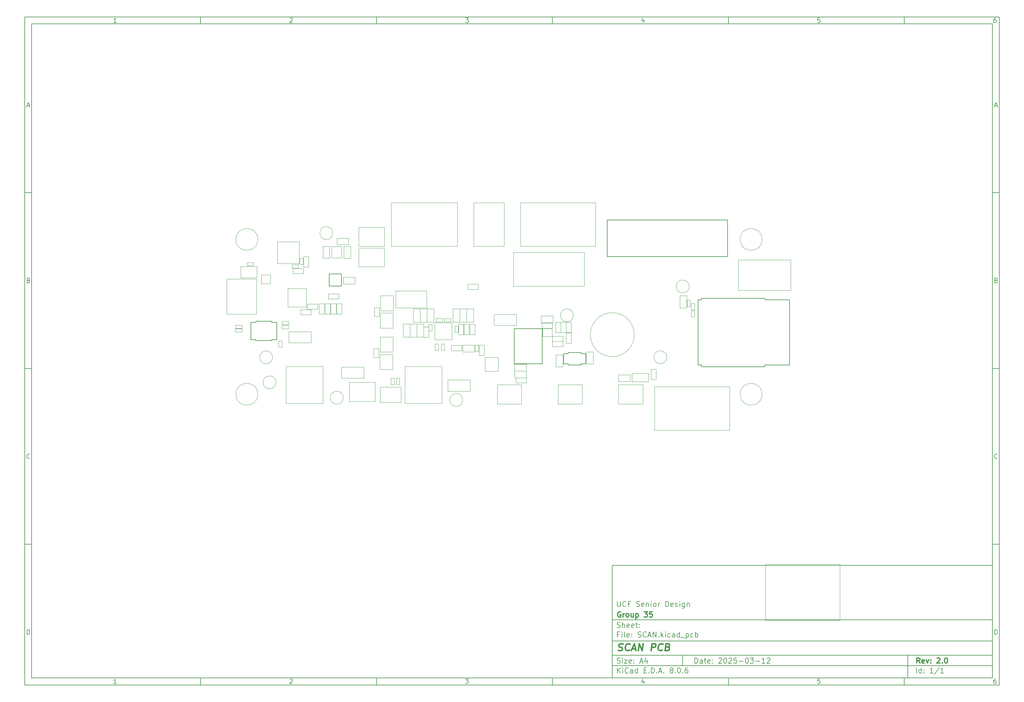
<source format=gbr>
G04 #@! TF.GenerationSoftware,KiCad,Pcbnew,8.0.6*
G04 #@! TF.CreationDate,2025-03-13T06:21:31-04:00*
G04 #@! TF.ProjectId,SCAN,5343414e-2e6b-4696-9361-645f70636258,2.0*
G04 #@! TF.SameCoordinates,Original*
G04 #@! TF.FileFunction,Other,User*
%FSLAX46Y46*%
G04 Gerber Fmt 4.6, Leading zero omitted, Abs format (unit mm)*
G04 Created by KiCad (PCBNEW 8.0.6) date 2025-03-13 06:21:31*
%MOMM*%
%LPD*%
G01*
G04 APERTURE LIST*
%ADD10C,0.100000*%
%ADD11C,0.150000*%
%ADD12C,0.300000*%
%ADD13C,0.400000*%
%ADD14C,0.152400*%
%ADD15C,0.050000*%
%ADD16C,0.127000*%
G04 APERTURE END LIST*
D10*
X220538867Y-165653700D02*
X220538867Y-181528700D01*
X241705533Y-181528700D01*
X241705533Y-165653700D01*
X220538867Y-165653700D01*
D11*
X177002200Y-166007200D02*
X285002200Y-166007200D01*
X285002200Y-198007200D01*
X177002200Y-198007200D01*
X177002200Y-166007200D01*
D10*
D11*
X10000000Y-10000000D02*
X287002200Y-10000000D01*
X287002200Y-200007200D01*
X10000000Y-200007200D01*
X10000000Y-10000000D01*
D10*
D11*
X12000000Y-12000000D02*
X285002200Y-12000000D01*
X285002200Y-198007200D01*
X12000000Y-198007200D01*
X12000000Y-12000000D01*
D10*
D11*
X60000000Y-12000000D02*
X60000000Y-10000000D01*
D10*
D11*
X110000000Y-12000000D02*
X110000000Y-10000000D01*
D10*
D11*
X160000000Y-12000000D02*
X160000000Y-10000000D01*
D10*
D11*
X210000000Y-12000000D02*
X210000000Y-10000000D01*
D10*
D11*
X260000000Y-12000000D02*
X260000000Y-10000000D01*
D10*
D11*
X36089160Y-11593604D02*
X35346303Y-11593604D01*
X35717731Y-11593604D02*
X35717731Y-10293604D01*
X35717731Y-10293604D02*
X35593922Y-10479319D01*
X35593922Y-10479319D02*
X35470112Y-10603128D01*
X35470112Y-10603128D02*
X35346303Y-10665033D01*
D10*
D11*
X85346303Y-10417414D02*
X85408207Y-10355509D01*
X85408207Y-10355509D02*
X85532017Y-10293604D01*
X85532017Y-10293604D02*
X85841541Y-10293604D01*
X85841541Y-10293604D02*
X85965350Y-10355509D01*
X85965350Y-10355509D02*
X86027255Y-10417414D01*
X86027255Y-10417414D02*
X86089160Y-10541223D01*
X86089160Y-10541223D02*
X86089160Y-10665033D01*
X86089160Y-10665033D02*
X86027255Y-10850747D01*
X86027255Y-10850747D02*
X85284398Y-11593604D01*
X85284398Y-11593604D02*
X86089160Y-11593604D01*
D10*
D11*
X135284398Y-10293604D02*
X136089160Y-10293604D01*
X136089160Y-10293604D02*
X135655826Y-10788842D01*
X135655826Y-10788842D02*
X135841541Y-10788842D01*
X135841541Y-10788842D02*
X135965350Y-10850747D01*
X135965350Y-10850747D02*
X136027255Y-10912652D01*
X136027255Y-10912652D02*
X136089160Y-11036461D01*
X136089160Y-11036461D02*
X136089160Y-11345985D01*
X136089160Y-11345985D02*
X136027255Y-11469795D01*
X136027255Y-11469795D02*
X135965350Y-11531700D01*
X135965350Y-11531700D02*
X135841541Y-11593604D01*
X135841541Y-11593604D02*
X135470112Y-11593604D01*
X135470112Y-11593604D02*
X135346303Y-11531700D01*
X135346303Y-11531700D02*
X135284398Y-11469795D01*
D10*
D11*
X185965350Y-10726938D02*
X185965350Y-11593604D01*
X185655826Y-10231700D02*
X185346303Y-11160271D01*
X185346303Y-11160271D02*
X186151064Y-11160271D01*
D10*
D11*
X236027255Y-10293604D02*
X235408207Y-10293604D01*
X235408207Y-10293604D02*
X235346303Y-10912652D01*
X235346303Y-10912652D02*
X235408207Y-10850747D01*
X235408207Y-10850747D02*
X235532017Y-10788842D01*
X235532017Y-10788842D02*
X235841541Y-10788842D01*
X235841541Y-10788842D02*
X235965350Y-10850747D01*
X235965350Y-10850747D02*
X236027255Y-10912652D01*
X236027255Y-10912652D02*
X236089160Y-11036461D01*
X236089160Y-11036461D02*
X236089160Y-11345985D01*
X236089160Y-11345985D02*
X236027255Y-11469795D01*
X236027255Y-11469795D02*
X235965350Y-11531700D01*
X235965350Y-11531700D02*
X235841541Y-11593604D01*
X235841541Y-11593604D02*
X235532017Y-11593604D01*
X235532017Y-11593604D02*
X235408207Y-11531700D01*
X235408207Y-11531700D02*
X235346303Y-11469795D01*
D10*
D11*
X285965350Y-10293604D02*
X285717731Y-10293604D01*
X285717731Y-10293604D02*
X285593922Y-10355509D01*
X285593922Y-10355509D02*
X285532017Y-10417414D01*
X285532017Y-10417414D02*
X285408207Y-10603128D01*
X285408207Y-10603128D02*
X285346303Y-10850747D01*
X285346303Y-10850747D02*
X285346303Y-11345985D01*
X285346303Y-11345985D02*
X285408207Y-11469795D01*
X285408207Y-11469795D02*
X285470112Y-11531700D01*
X285470112Y-11531700D02*
X285593922Y-11593604D01*
X285593922Y-11593604D02*
X285841541Y-11593604D01*
X285841541Y-11593604D02*
X285965350Y-11531700D01*
X285965350Y-11531700D02*
X286027255Y-11469795D01*
X286027255Y-11469795D02*
X286089160Y-11345985D01*
X286089160Y-11345985D02*
X286089160Y-11036461D01*
X286089160Y-11036461D02*
X286027255Y-10912652D01*
X286027255Y-10912652D02*
X285965350Y-10850747D01*
X285965350Y-10850747D02*
X285841541Y-10788842D01*
X285841541Y-10788842D02*
X285593922Y-10788842D01*
X285593922Y-10788842D02*
X285470112Y-10850747D01*
X285470112Y-10850747D02*
X285408207Y-10912652D01*
X285408207Y-10912652D02*
X285346303Y-11036461D01*
D10*
D11*
X60000000Y-198007200D02*
X60000000Y-200007200D01*
D10*
D11*
X110000000Y-198007200D02*
X110000000Y-200007200D01*
D10*
D11*
X160000000Y-198007200D02*
X160000000Y-200007200D01*
D10*
D11*
X210000000Y-198007200D02*
X210000000Y-200007200D01*
D10*
D11*
X260000000Y-198007200D02*
X260000000Y-200007200D01*
D10*
D11*
X36089160Y-199600804D02*
X35346303Y-199600804D01*
X35717731Y-199600804D02*
X35717731Y-198300804D01*
X35717731Y-198300804D02*
X35593922Y-198486519D01*
X35593922Y-198486519D02*
X35470112Y-198610328D01*
X35470112Y-198610328D02*
X35346303Y-198672233D01*
D10*
D11*
X85346303Y-198424614D02*
X85408207Y-198362709D01*
X85408207Y-198362709D02*
X85532017Y-198300804D01*
X85532017Y-198300804D02*
X85841541Y-198300804D01*
X85841541Y-198300804D02*
X85965350Y-198362709D01*
X85965350Y-198362709D02*
X86027255Y-198424614D01*
X86027255Y-198424614D02*
X86089160Y-198548423D01*
X86089160Y-198548423D02*
X86089160Y-198672233D01*
X86089160Y-198672233D02*
X86027255Y-198857947D01*
X86027255Y-198857947D02*
X85284398Y-199600804D01*
X85284398Y-199600804D02*
X86089160Y-199600804D01*
D10*
D11*
X135284398Y-198300804D02*
X136089160Y-198300804D01*
X136089160Y-198300804D02*
X135655826Y-198796042D01*
X135655826Y-198796042D02*
X135841541Y-198796042D01*
X135841541Y-198796042D02*
X135965350Y-198857947D01*
X135965350Y-198857947D02*
X136027255Y-198919852D01*
X136027255Y-198919852D02*
X136089160Y-199043661D01*
X136089160Y-199043661D02*
X136089160Y-199353185D01*
X136089160Y-199353185D02*
X136027255Y-199476995D01*
X136027255Y-199476995D02*
X135965350Y-199538900D01*
X135965350Y-199538900D02*
X135841541Y-199600804D01*
X135841541Y-199600804D02*
X135470112Y-199600804D01*
X135470112Y-199600804D02*
X135346303Y-199538900D01*
X135346303Y-199538900D02*
X135284398Y-199476995D01*
D10*
D11*
X185965350Y-198734138D02*
X185965350Y-199600804D01*
X185655826Y-198238900D02*
X185346303Y-199167471D01*
X185346303Y-199167471D02*
X186151064Y-199167471D01*
D10*
D11*
X236027255Y-198300804D02*
X235408207Y-198300804D01*
X235408207Y-198300804D02*
X235346303Y-198919852D01*
X235346303Y-198919852D02*
X235408207Y-198857947D01*
X235408207Y-198857947D02*
X235532017Y-198796042D01*
X235532017Y-198796042D02*
X235841541Y-198796042D01*
X235841541Y-198796042D02*
X235965350Y-198857947D01*
X235965350Y-198857947D02*
X236027255Y-198919852D01*
X236027255Y-198919852D02*
X236089160Y-199043661D01*
X236089160Y-199043661D02*
X236089160Y-199353185D01*
X236089160Y-199353185D02*
X236027255Y-199476995D01*
X236027255Y-199476995D02*
X235965350Y-199538900D01*
X235965350Y-199538900D02*
X235841541Y-199600804D01*
X235841541Y-199600804D02*
X235532017Y-199600804D01*
X235532017Y-199600804D02*
X235408207Y-199538900D01*
X235408207Y-199538900D02*
X235346303Y-199476995D01*
D10*
D11*
X285965350Y-198300804D02*
X285717731Y-198300804D01*
X285717731Y-198300804D02*
X285593922Y-198362709D01*
X285593922Y-198362709D02*
X285532017Y-198424614D01*
X285532017Y-198424614D02*
X285408207Y-198610328D01*
X285408207Y-198610328D02*
X285346303Y-198857947D01*
X285346303Y-198857947D02*
X285346303Y-199353185D01*
X285346303Y-199353185D02*
X285408207Y-199476995D01*
X285408207Y-199476995D02*
X285470112Y-199538900D01*
X285470112Y-199538900D02*
X285593922Y-199600804D01*
X285593922Y-199600804D02*
X285841541Y-199600804D01*
X285841541Y-199600804D02*
X285965350Y-199538900D01*
X285965350Y-199538900D02*
X286027255Y-199476995D01*
X286027255Y-199476995D02*
X286089160Y-199353185D01*
X286089160Y-199353185D02*
X286089160Y-199043661D01*
X286089160Y-199043661D02*
X286027255Y-198919852D01*
X286027255Y-198919852D02*
X285965350Y-198857947D01*
X285965350Y-198857947D02*
X285841541Y-198796042D01*
X285841541Y-198796042D02*
X285593922Y-198796042D01*
X285593922Y-198796042D02*
X285470112Y-198857947D01*
X285470112Y-198857947D02*
X285408207Y-198919852D01*
X285408207Y-198919852D02*
X285346303Y-199043661D01*
D10*
D11*
X10000000Y-60000000D02*
X12000000Y-60000000D01*
D10*
D11*
X10000000Y-110000000D02*
X12000000Y-110000000D01*
D10*
D11*
X10000000Y-160000000D02*
X12000000Y-160000000D01*
D10*
D11*
X10690476Y-35222176D02*
X11309523Y-35222176D01*
X10566666Y-35593604D02*
X10999999Y-34293604D01*
X10999999Y-34293604D02*
X11433333Y-35593604D01*
D10*
D11*
X11092857Y-84912652D02*
X11278571Y-84974557D01*
X11278571Y-84974557D02*
X11340476Y-85036461D01*
X11340476Y-85036461D02*
X11402380Y-85160271D01*
X11402380Y-85160271D02*
X11402380Y-85345985D01*
X11402380Y-85345985D02*
X11340476Y-85469795D01*
X11340476Y-85469795D02*
X11278571Y-85531700D01*
X11278571Y-85531700D02*
X11154761Y-85593604D01*
X11154761Y-85593604D02*
X10659523Y-85593604D01*
X10659523Y-85593604D02*
X10659523Y-84293604D01*
X10659523Y-84293604D02*
X11092857Y-84293604D01*
X11092857Y-84293604D02*
X11216666Y-84355509D01*
X11216666Y-84355509D02*
X11278571Y-84417414D01*
X11278571Y-84417414D02*
X11340476Y-84541223D01*
X11340476Y-84541223D02*
X11340476Y-84665033D01*
X11340476Y-84665033D02*
X11278571Y-84788842D01*
X11278571Y-84788842D02*
X11216666Y-84850747D01*
X11216666Y-84850747D02*
X11092857Y-84912652D01*
X11092857Y-84912652D02*
X10659523Y-84912652D01*
D10*
D11*
X11402380Y-135469795D02*
X11340476Y-135531700D01*
X11340476Y-135531700D02*
X11154761Y-135593604D01*
X11154761Y-135593604D02*
X11030952Y-135593604D01*
X11030952Y-135593604D02*
X10845238Y-135531700D01*
X10845238Y-135531700D02*
X10721428Y-135407890D01*
X10721428Y-135407890D02*
X10659523Y-135284080D01*
X10659523Y-135284080D02*
X10597619Y-135036461D01*
X10597619Y-135036461D02*
X10597619Y-134850747D01*
X10597619Y-134850747D02*
X10659523Y-134603128D01*
X10659523Y-134603128D02*
X10721428Y-134479319D01*
X10721428Y-134479319D02*
X10845238Y-134355509D01*
X10845238Y-134355509D02*
X11030952Y-134293604D01*
X11030952Y-134293604D02*
X11154761Y-134293604D01*
X11154761Y-134293604D02*
X11340476Y-134355509D01*
X11340476Y-134355509D02*
X11402380Y-134417414D01*
D10*
D11*
X10659523Y-185593604D02*
X10659523Y-184293604D01*
X10659523Y-184293604D02*
X10969047Y-184293604D01*
X10969047Y-184293604D02*
X11154761Y-184355509D01*
X11154761Y-184355509D02*
X11278571Y-184479319D01*
X11278571Y-184479319D02*
X11340476Y-184603128D01*
X11340476Y-184603128D02*
X11402380Y-184850747D01*
X11402380Y-184850747D02*
X11402380Y-185036461D01*
X11402380Y-185036461D02*
X11340476Y-185284080D01*
X11340476Y-185284080D02*
X11278571Y-185407890D01*
X11278571Y-185407890D02*
X11154761Y-185531700D01*
X11154761Y-185531700D02*
X10969047Y-185593604D01*
X10969047Y-185593604D02*
X10659523Y-185593604D01*
D10*
D11*
X287002200Y-60000000D02*
X285002200Y-60000000D01*
D10*
D11*
X287002200Y-110000000D02*
X285002200Y-110000000D01*
D10*
D11*
X287002200Y-160000000D02*
X285002200Y-160000000D01*
D10*
D11*
X285692676Y-35222176D02*
X286311723Y-35222176D01*
X285568866Y-35593604D02*
X286002199Y-34293604D01*
X286002199Y-34293604D02*
X286435533Y-35593604D01*
D10*
D11*
X286095057Y-84912652D02*
X286280771Y-84974557D01*
X286280771Y-84974557D02*
X286342676Y-85036461D01*
X286342676Y-85036461D02*
X286404580Y-85160271D01*
X286404580Y-85160271D02*
X286404580Y-85345985D01*
X286404580Y-85345985D02*
X286342676Y-85469795D01*
X286342676Y-85469795D02*
X286280771Y-85531700D01*
X286280771Y-85531700D02*
X286156961Y-85593604D01*
X286156961Y-85593604D02*
X285661723Y-85593604D01*
X285661723Y-85593604D02*
X285661723Y-84293604D01*
X285661723Y-84293604D02*
X286095057Y-84293604D01*
X286095057Y-84293604D02*
X286218866Y-84355509D01*
X286218866Y-84355509D02*
X286280771Y-84417414D01*
X286280771Y-84417414D02*
X286342676Y-84541223D01*
X286342676Y-84541223D02*
X286342676Y-84665033D01*
X286342676Y-84665033D02*
X286280771Y-84788842D01*
X286280771Y-84788842D02*
X286218866Y-84850747D01*
X286218866Y-84850747D02*
X286095057Y-84912652D01*
X286095057Y-84912652D02*
X285661723Y-84912652D01*
D10*
D11*
X286404580Y-135469795D02*
X286342676Y-135531700D01*
X286342676Y-135531700D02*
X286156961Y-135593604D01*
X286156961Y-135593604D02*
X286033152Y-135593604D01*
X286033152Y-135593604D02*
X285847438Y-135531700D01*
X285847438Y-135531700D02*
X285723628Y-135407890D01*
X285723628Y-135407890D02*
X285661723Y-135284080D01*
X285661723Y-135284080D02*
X285599819Y-135036461D01*
X285599819Y-135036461D02*
X285599819Y-134850747D01*
X285599819Y-134850747D02*
X285661723Y-134603128D01*
X285661723Y-134603128D02*
X285723628Y-134479319D01*
X285723628Y-134479319D02*
X285847438Y-134355509D01*
X285847438Y-134355509D02*
X286033152Y-134293604D01*
X286033152Y-134293604D02*
X286156961Y-134293604D01*
X286156961Y-134293604D02*
X286342676Y-134355509D01*
X286342676Y-134355509D02*
X286404580Y-134417414D01*
D10*
D11*
X285661723Y-185593604D02*
X285661723Y-184293604D01*
X285661723Y-184293604D02*
X285971247Y-184293604D01*
X285971247Y-184293604D02*
X286156961Y-184355509D01*
X286156961Y-184355509D02*
X286280771Y-184479319D01*
X286280771Y-184479319D02*
X286342676Y-184603128D01*
X286342676Y-184603128D02*
X286404580Y-184850747D01*
X286404580Y-184850747D02*
X286404580Y-185036461D01*
X286404580Y-185036461D02*
X286342676Y-185284080D01*
X286342676Y-185284080D02*
X286280771Y-185407890D01*
X286280771Y-185407890D02*
X286156961Y-185531700D01*
X286156961Y-185531700D02*
X285971247Y-185593604D01*
X285971247Y-185593604D02*
X285661723Y-185593604D01*
D10*
D11*
X200458026Y-193793328D02*
X200458026Y-192293328D01*
X200458026Y-192293328D02*
X200815169Y-192293328D01*
X200815169Y-192293328D02*
X201029455Y-192364757D01*
X201029455Y-192364757D02*
X201172312Y-192507614D01*
X201172312Y-192507614D02*
X201243741Y-192650471D01*
X201243741Y-192650471D02*
X201315169Y-192936185D01*
X201315169Y-192936185D02*
X201315169Y-193150471D01*
X201315169Y-193150471D02*
X201243741Y-193436185D01*
X201243741Y-193436185D02*
X201172312Y-193579042D01*
X201172312Y-193579042D02*
X201029455Y-193721900D01*
X201029455Y-193721900D02*
X200815169Y-193793328D01*
X200815169Y-193793328D02*
X200458026Y-193793328D01*
X202600884Y-193793328D02*
X202600884Y-193007614D01*
X202600884Y-193007614D02*
X202529455Y-192864757D01*
X202529455Y-192864757D02*
X202386598Y-192793328D01*
X202386598Y-192793328D02*
X202100884Y-192793328D01*
X202100884Y-192793328D02*
X201958026Y-192864757D01*
X202600884Y-193721900D02*
X202458026Y-193793328D01*
X202458026Y-193793328D02*
X202100884Y-193793328D01*
X202100884Y-193793328D02*
X201958026Y-193721900D01*
X201958026Y-193721900D02*
X201886598Y-193579042D01*
X201886598Y-193579042D02*
X201886598Y-193436185D01*
X201886598Y-193436185D02*
X201958026Y-193293328D01*
X201958026Y-193293328D02*
X202100884Y-193221900D01*
X202100884Y-193221900D02*
X202458026Y-193221900D01*
X202458026Y-193221900D02*
X202600884Y-193150471D01*
X203100884Y-192793328D02*
X203672312Y-192793328D01*
X203315169Y-192293328D02*
X203315169Y-193579042D01*
X203315169Y-193579042D02*
X203386598Y-193721900D01*
X203386598Y-193721900D02*
X203529455Y-193793328D01*
X203529455Y-193793328D02*
X203672312Y-193793328D01*
X204743741Y-193721900D02*
X204600884Y-193793328D01*
X204600884Y-193793328D02*
X204315170Y-193793328D01*
X204315170Y-193793328D02*
X204172312Y-193721900D01*
X204172312Y-193721900D02*
X204100884Y-193579042D01*
X204100884Y-193579042D02*
X204100884Y-193007614D01*
X204100884Y-193007614D02*
X204172312Y-192864757D01*
X204172312Y-192864757D02*
X204315170Y-192793328D01*
X204315170Y-192793328D02*
X204600884Y-192793328D01*
X204600884Y-192793328D02*
X204743741Y-192864757D01*
X204743741Y-192864757D02*
X204815170Y-193007614D01*
X204815170Y-193007614D02*
X204815170Y-193150471D01*
X204815170Y-193150471D02*
X204100884Y-193293328D01*
X205458026Y-193650471D02*
X205529455Y-193721900D01*
X205529455Y-193721900D02*
X205458026Y-193793328D01*
X205458026Y-193793328D02*
X205386598Y-193721900D01*
X205386598Y-193721900D02*
X205458026Y-193650471D01*
X205458026Y-193650471D02*
X205458026Y-193793328D01*
X205458026Y-192864757D02*
X205529455Y-192936185D01*
X205529455Y-192936185D02*
X205458026Y-193007614D01*
X205458026Y-193007614D02*
X205386598Y-192936185D01*
X205386598Y-192936185D02*
X205458026Y-192864757D01*
X205458026Y-192864757D02*
X205458026Y-193007614D01*
X207243741Y-192436185D02*
X207315169Y-192364757D01*
X207315169Y-192364757D02*
X207458027Y-192293328D01*
X207458027Y-192293328D02*
X207815169Y-192293328D01*
X207815169Y-192293328D02*
X207958027Y-192364757D01*
X207958027Y-192364757D02*
X208029455Y-192436185D01*
X208029455Y-192436185D02*
X208100884Y-192579042D01*
X208100884Y-192579042D02*
X208100884Y-192721900D01*
X208100884Y-192721900D02*
X208029455Y-192936185D01*
X208029455Y-192936185D02*
X207172312Y-193793328D01*
X207172312Y-193793328D02*
X208100884Y-193793328D01*
X209029455Y-192293328D02*
X209172312Y-192293328D01*
X209172312Y-192293328D02*
X209315169Y-192364757D01*
X209315169Y-192364757D02*
X209386598Y-192436185D01*
X209386598Y-192436185D02*
X209458026Y-192579042D01*
X209458026Y-192579042D02*
X209529455Y-192864757D01*
X209529455Y-192864757D02*
X209529455Y-193221900D01*
X209529455Y-193221900D02*
X209458026Y-193507614D01*
X209458026Y-193507614D02*
X209386598Y-193650471D01*
X209386598Y-193650471D02*
X209315169Y-193721900D01*
X209315169Y-193721900D02*
X209172312Y-193793328D01*
X209172312Y-193793328D02*
X209029455Y-193793328D01*
X209029455Y-193793328D02*
X208886598Y-193721900D01*
X208886598Y-193721900D02*
X208815169Y-193650471D01*
X208815169Y-193650471D02*
X208743740Y-193507614D01*
X208743740Y-193507614D02*
X208672312Y-193221900D01*
X208672312Y-193221900D02*
X208672312Y-192864757D01*
X208672312Y-192864757D02*
X208743740Y-192579042D01*
X208743740Y-192579042D02*
X208815169Y-192436185D01*
X208815169Y-192436185D02*
X208886598Y-192364757D01*
X208886598Y-192364757D02*
X209029455Y-192293328D01*
X210100883Y-192436185D02*
X210172311Y-192364757D01*
X210172311Y-192364757D02*
X210315169Y-192293328D01*
X210315169Y-192293328D02*
X210672311Y-192293328D01*
X210672311Y-192293328D02*
X210815169Y-192364757D01*
X210815169Y-192364757D02*
X210886597Y-192436185D01*
X210886597Y-192436185D02*
X210958026Y-192579042D01*
X210958026Y-192579042D02*
X210958026Y-192721900D01*
X210958026Y-192721900D02*
X210886597Y-192936185D01*
X210886597Y-192936185D02*
X210029454Y-193793328D01*
X210029454Y-193793328D02*
X210958026Y-193793328D01*
X212315168Y-192293328D02*
X211600882Y-192293328D01*
X211600882Y-192293328D02*
X211529454Y-193007614D01*
X211529454Y-193007614D02*
X211600882Y-192936185D01*
X211600882Y-192936185D02*
X211743740Y-192864757D01*
X211743740Y-192864757D02*
X212100882Y-192864757D01*
X212100882Y-192864757D02*
X212243740Y-192936185D01*
X212243740Y-192936185D02*
X212315168Y-193007614D01*
X212315168Y-193007614D02*
X212386597Y-193150471D01*
X212386597Y-193150471D02*
X212386597Y-193507614D01*
X212386597Y-193507614D02*
X212315168Y-193650471D01*
X212315168Y-193650471D02*
X212243740Y-193721900D01*
X212243740Y-193721900D02*
X212100882Y-193793328D01*
X212100882Y-193793328D02*
X211743740Y-193793328D01*
X211743740Y-193793328D02*
X211600882Y-193721900D01*
X211600882Y-193721900D02*
X211529454Y-193650471D01*
X213029453Y-193221900D02*
X214172311Y-193221900D01*
X215172311Y-192293328D02*
X215315168Y-192293328D01*
X215315168Y-192293328D02*
X215458025Y-192364757D01*
X215458025Y-192364757D02*
X215529454Y-192436185D01*
X215529454Y-192436185D02*
X215600882Y-192579042D01*
X215600882Y-192579042D02*
X215672311Y-192864757D01*
X215672311Y-192864757D02*
X215672311Y-193221900D01*
X215672311Y-193221900D02*
X215600882Y-193507614D01*
X215600882Y-193507614D02*
X215529454Y-193650471D01*
X215529454Y-193650471D02*
X215458025Y-193721900D01*
X215458025Y-193721900D02*
X215315168Y-193793328D01*
X215315168Y-193793328D02*
X215172311Y-193793328D01*
X215172311Y-193793328D02*
X215029454Y-193721900D01*
X215029454Y-193721900D02*
X214958025Y-193650471D01*
X214958025Y-193650471D02*
X214886596Y-193507614D01*
X214886596Y-193507614D02*
X214815168Y-193221900D01*
X214815168Y-193221900D02*
X214815168Y-192864757D01*
X214815168Y-192864757D02*
X214886596Y-192579042D01*
X214886596Y-192579042D02*
X214958025Y-192436185D01*
X214958025Y-192436185D02*
X215029454Y-192364757D01*
X215029454Y-192364757D02*
X215172311Y-192293328D01*
X216172310Y-192293328D02*
X217100882Y-192293328D01*
X217100882Y-192293328D02*
X216600882Y-192864757D01*
X216600882Y-192864757D02*
X216815167Y-192864757D01*
X216815167Y-192864757D02*
X216958025Y-192936185D01*
X216958025Y-192936185D02*
X217029453Y-193007614D01*
X217029453Y-193007614D02*
X217100882Y-193150471D01*
X217100882Y-193150471D02*
X217100882Y-193507614D01*
X217100882Y-193507614D02*
X217029453Y-193650471D01*
X217029453Y-193650471D02*
X216958025Y-193721900D01*
X216958025Y-193721900D02*
X216815167Y-193793328D01*
X216815167Y-193793328D02*
X216386596Y-193793328D01*
X216386596Y-193793328D02*
X216243739Y-193721900D01*
X216243739Y-193721900D02*
X216172310Y-193650471D01*
X217743738Y-193221900D02*
X218886596Y-193221900D01*
X220386596Y-193793328D02*
X219529453Y-193793328D01*
X219958024Y-193793328D02*
X219958024Y-192293328D01*
X219958024Y-192293328D02*
X219815167Y-192507614D01*
X219815167Y-192507614D02*
X219672310Y-192650471D01*
X219672310Y-192650471D02*
X219529453Y-192721900D01*
X220958024Y-192436185D02*
X221029452Y-192364757D01*
X221029452Y-192364757D02*
X221172310Y-192293328D01*
X221172310Y-192293328D02*
X221529452Y-192293328D01*
X221529452Y-192293328D02*
X221672310Y-192364757D01*
X221672310Y-192364757D02*
X221743738Y-192436185D01*
X221743738Y-192436185D02*
X221815167Y-192579042D01*
X221815167Y-192579042D02*
X221815167Y-192721900D01*
X221815167Y-192721900D02*
X221743738Y-192936185D01*
X221743738Y-192936185D02*
X220886595Y-193793328D01*
X220886595Y-193793328D02*
X221815167Y-193793328D01*
D10*
D11*
X177002200Y-194507200D02*
X285002200Y-194507200D01*
D10*
D11*
X178458026Y-196593328D02*
X178458026Y-195093328D01*
X179315169Y-196593328D02*
X178672312Y-195736185D01*
X179315169Y-195093328D02*
X178458026Y-195950471D01*
X179958026Y-196593328D02*
X179958026Y-195593328D01*
X179958026Y-195093328D02*
X179886598Y-195164757D01*
X179886598Y-195164757D02*
X179958026Y-195236185D01*
X179958026Y-195236185D02*
X180029455Y-195164757D01*
X180029455Y-195164757D02*
X179958026Y-195093328D01*
X179958026Y-195093328D02*
X179958026Y-195236185D01*
X181529455Y-196450471D02*
X181458027Y-196521900D01*
X181458027Y-196521900D02*
X181243741Y-196593328D01*
X181243741Y-196593328D02*
X181100884Y-196593328D01*
X181100884Y-196593328D02*
X180886598Y-196521900D01*
X180886598Y-196521900D02*
X180743741Y-196379042D01*
X180743741Y-196379042D02*
X180672312Y-196236185D01*
X180672312Y-196236185D02*
X180600884Y-195950471D01*
X180600884Y-195950471D02*
X180600884Y-195736185D01*
X180600884Y-195736185D02*
X180672312Y-195450471D01*
X180672312Y-195450471D02*
X180743741Y-195307614D01*
X180743741Y-195307614D02*
X180886598Y-195164757D01*
X180886598Y-195164757D02*
X181100884Y-195093328D01*
X181100884Y-195093328D02*
X181243741Y-195093328D01*
X181243741Y-195093328D02*
X181458027Y-195164757D01*
X181458027Y-195164757D02*
X181529455Y-195236185D01*
X182815170Y-196593328D02*
X182815170Y-195807614D01*
X182815170Y-195807614D02*
X182743741Y-195664757D01*
X182743741Y-195664757D02*
X182600884Y-195593328D01*
X182600884Y-195593328D02*
X182315170Y-195593328D01*
X182315170Y-195593328D02*
X182172312Y-195664757D01*
X182815170Y-196521900D02*
X182672312Y-196593328D01*
X182672312Y-196593328D02*
X182315170Y-196593328D01*
X182315170Y-196593328D02*
X182172312Y-196521900D01*
X182172312Y-196521900D02*
X182100884Y-196379042D01*
X182100884Y-196379042D02*
X182100884Y-196236185D01*
X182100884Y-196236185D02*
X182172312Y-196093328D01*
X182172312Y-196093328D02*
X182315170Y-196021900D01*
X182315170Y-196021900D02*
X182672312Y-196021900D01*
X182672312Y-196021900D02*
X182815170Y-195950471D01*
X184172313Y-196593328D02*
X184172313Y-195093328D01*
X184172313Y-196521900D02*
X184029455Y-196593328D01*
X184029455Y-196593328D02*
X183743741Y-196593328D01*
X183743741Y-196593328D02*
X183600884Y-196521900D01*
X183600884Y-196521900D02*
X183529455Y-196450471D01*
X183529455Y-196450471D02*
X183458027Y-196307614D01*
X183458027Y-196307614D02*
X183458027Y-195879042D01*
X183458027Y-195879042D02*
X183529455Y-195736185D01*
X183529455Y-195736185D02*
X183600884Y-195664757D01*
X183600884Y-195664757D02*
X183743741Y-195593328D01*
X183743741Y-195593328D02*
X184029455Y-195593328D01*
X184029455Y-195593328D02*
X184172313Y-195664757D01*
X186029455Y-195807614D02*
X186529455Y-195807614D01*
X186743741Y-196593328D02*
X186029455Y-196593328D01*
X186029455Y-196593328D02*
X186029455Y-195093328D01*
X186029455Y-195093328D02*
X186743741Y-195093328D01*
X187386598Y-196450471D02*
X187458027Y-196521900D01*
X187458027Y-196521900D02*
X187386598Y-196593328D01*
X187386598Y-196593328D02*
X187315170Y-196521900D01*
X187315170Y-196521900D02*
X187386598Y-196450471D01*
X187386598Y-196450471D02*
X187386598Y-196593328D01*
X188100884Y-196593328D02*
X188100884Y-195093328D01*
X188100884Y-195093328D02*
X188458027Y-195093328D01*
X188458027Y-195093328D02*
X188672313Y-195164757D01*
X188672313Y-195164757D02*
X188815170Y-195307614D01*
X188815170Y-195307614D02*
X188886599Y-195450471D01*
X188886599Y-195450471D02*
X188958027Y-195736185D01*
X188958027Y-195736185D02*
X188958027Y-195950471D01*
X188958027Y-195950471D02*
X188886599Y-196236185D01*
X188886599Y-196236185D02*
X188815170Y-196379042D01*
X188815170Y-196379042D02*
X188672313Y-196521900D01*
X188672313Y-196521900D02*
X188458027Y-196593328D01*
X188458027Y-196593328D02*
X188100884Y-196593328D01*
X189600884Y-196450471D02*
X189672313Y-196521900D01*
X189672313Y-196521900D02*
X189600884Y-196593328D01*
X189600884Y-196593328D02*
X189529456Y-196521900D01*
X189529456Y-196521900D02*
X189600884Y-196450471D01*
X189600884Y-196450471D02*
X189600884Y-196593328D01*
X190243742Y-196164757D02*
X190958028Y-196164757D01*
X190100885Y-196593328D02*
X190600885Y-195093328D01*
X190600885Y-195093328D02*
X191100885Y-196593328D01*
X191600884Y-196450471D02*
X191672313Y-196521900D01*
X191672313Y-196521900D02*
X191600884Y-196593328D01*
X191600884Y-196593328D02*
X191529456Y-196521900D01*
X191529456Y-196521900D02*
X191600884Y-196450471D01*
X191600884Y-196450471D02*
X191600884Y-196593328D01*
X193672313Y-195736185D02*
X193529456Y-195664757D01*
X193529456Y-195664757D02*
X193458027Y-195593328D01*
X193458027Y-195593328D02*
X193386599Y-195450471D01*
X193386599Y-195450471D02*
X193386599Y-195379042D01*
X193386599Y-195379042D02*
X193458027Y-195236185D01*
X193458027Y-195236185D02*
X193529456Y-195164757D01*
X193529456Y-195164757D02*
X193672313Y-195093328D01*
X193672313Y-195093328D02*
X193958027Y-195093328D01*
X193958027Y-195093328D02*
X194100885Y-195164757D01*
X194100885Y-195164757D02*
X194172313Y-195236185D01*
X194172313Y-195236185D02*
X194243742Y-195379042D01*
X194243742Y-195379042D02*
X194243742Y-195450471D01*
X194243742Y-195450471D02*
X194172313Y-195593328D01*
X194172313Y-195593328D02*
X194100885Y-195664757D01*
X194100885Y-195664757D02*
X193958027Y-195736185D01*
X193958027Y-195736185D02*
X193672313Y-195736185D01*
X193672313Y-195736185D02*
X193529456Y-195807614D01*
X193529456Y-195807614D02*
X193458027Y-195879042D01*
X193458027Y-195879042D02*
X193386599Y-196021900D01*
X193386599Y-196021900D02*
X193386599Y-196307614D01*
X193386599Y-196307614D02*
X193458027Y-196450471D01*
X193458027Y-196450471D02*
X193529456Y-196521900D01*
X193529456Y-196521900D02*
X193672313Y-196593328D01*
X193672313Y-196593328D02*
X193958027Y-196593328D01*
X193958027Y-196593328D02*
X194100885Y-196521900D01*
X194100885Y-196521900D02*
X194172313Y-196450471D01*
X194172313Y-196450471D02*
X194243742Y-196307614D01*
X194243742Y-196307614D02*
X194243742Y-196021900D01*
X194243742Y-196021900D02*
X194172313Y-195879042D01*
X194172313Y-195879042D02*
X194100885Y-195807614D01*
X194100885Y-195807614D02*
X193958027Y-195736185D01*
X194886598Y-196450471D02*
X194958027Y-196521900D01*
X194958027Y-196521900D02*
X194886598Y-196593328D01*
X194886598Y-196593328D02*
X194815170Y-196521900D01*
X194815170Y-196521900D02*
X194886598Y-196450471D01*
X194886598Y-196450471D02*
X194886598Y-196593328D01*
X195886599Y-195093328D02*
X196029456Y-195093328D01*
X196029456Y-195093328D02*
X196172313Y-195164757D01*
X196172313Y-195164757D02*
X196243742Y-195236185D01*
X196243742Y-195236185D02*
X196315170Y-195379042D01*
X196315170Y-195379042D02*
X196386599Y-195664757D01*
X196386599Y-195664757D02*
X196386599Y-196021900D01*
X196386599Y-196021900D02*
X196315170Y-196307614D01*
X196315170Y-196307614D02*
X196243742Y-196450471D01*
X196243742Y-196450471D02*
X196172313Y-196521900D01*
X196172313Y-196521900D02*
X196029456Y-196593328D01*
X196029456Y-196593328D02*
X195886599Y-196593328D01*
X195886599Y-196593328D02*
X195743742Y-196521900D01*
X195743742Y-196521900D02*
X195672313Y-196450471D01*
X195672313Y-196450471D02*
X195600884Y-196307614D01*
X195600884Y-196307614D02*
X195529456Y-196021900D01*
X195529456Y-196021900D02*
X195529456Y-195664757D01*
X195529456Y-195664757D02*
X195600884Y-195379042D01*
X195600884Y-195379042D02*
X195672313Y-195236185D01*
X195672313Y-195236185D02*
X195743742Y-195164757D01*
X195743742Y-195164757D02*
X195886599Y-195093328D01*
X197029455Y-196450471D02*
X197100884Y-196521900D01*
X197100884Y-196521900D02*
X197029455Y-196593328D01*
X197029455Y-196593328D02*
X196958027Y-196521900D01*
X196958027Y-196521900D02*
X197029455Y-196450471D01*
X197029455Y-196450471D02*
X197029455Y-196593328D01*
X198386599Y-195093328D02*
X198100884Y-195093328D01*
X198100884Y-195093328D02*
X197958027Y-195164757D01*
X197958027Y-195164757D02*
X197886599Y-195236185D01*
X197886599Y-195236185D02*
X197743741Y-195450471D01*
X197743741Y-195450471D02*
X197672313Y-195736185D01*
X197672313Y-195736185D02*
X197672313Y-196307614D01*
X197672313Y-196307614D02*
X197743741Y-196450471D01*
X197743741Y-196450471D02*
X197815170Y-196521900D01*
X197815170Y-196521900D02*
X197958027Y-196593328D01*
X197958027Y-196593328D02*
X198243741Y-196593328D01*
X198243741Y-196593328D02*
X198386599Y-196521900D01*
X198386599Y-196521900D02*
X198458027Y-196450471D01*
X198458027Y-196450471D02*
X198529456Y-196307614D01*
X198529456Y-196307614D02*
X198529456Y-195950471D01*
X198529456Y-195950471D02*
X198458027Y-195807614D01*
X198458027Y-195807614D02*
X198386599Y-195736185D01*
X198386599Y-195736185D02*
X198243741Y-195664757D01*
X198243741Y-195664757D02*
X197958027Y-195664757D01*
X197958027Y-195664757D02*
X197815170Y-195736185D01*
X197815170Y-195736185D02*
X197743741Y-195807614D01*
X197743741Y-195807614D02*
X197672313Y-195950471D01*
D10*
D11*
X177002200Y-191507200D02*
X285002200Y-191507200D01*
D10*
D12*
X264413853Y-193785528D02*
X263913853Y-193071242D01*
X263556710Y-193785528D02*
X263556710Y-192285528D01*
X263556710Y-192285528D02*
X264128139Y-192285528D01*
X264128139Y-192285528D02*
X264270996Y-192356957D01*
X264270996Y-192356957D02*
X264342425Y-192428385D01*
X264342425Y-192428385D02*
X264413853Y-192571242D01*
X264413853Y-192571242D02*
X264413853Y-192785528D01*
X264413853Y-192785528D02*
X264342425Y-192928385D01*
X264342425Y-192928385D02*
X264270996Y-192999814D01*
X264270996Y-192999814D02*
X264128139Y-193071242D01*
X264128139Y-193071242D02*
X263556710Y-193071242D01*
X265628139Y-193714100D02*
X265485282Y-193785528D01*
X265485282Y-193785528D02*
X265199568Y-193785528D01*
X265199568Y-193785528D02*
X265056710Y-193714100D01*
X265056710Y-193714100D02*
X264985282Y-193571242D01*
X264985282Y-193571242D02*
X264985282Y-192999814D01*
X264985282Y-192999814D02*
X265056710Y-192856957D01*
X265056710Y-192856957D02*
X265199568Y-192785528D01*
X265199568Y-192785528D02*
X265485282Y-192785528D01*
X265485282Y-192785528D02*
X265628139Y-192856957D01*
X265628139Y-192856957D02*
X265699568Y-192999814D01*
X265699568Y-192999814D02*
X265699568Y-193142671D01*
X265699568Y-193142671D02*
X264985282Y-193285528D01*
X266199567Y-192785528D02*
X266556710Y-193785528D01*
X266556710Y-193785528D02*
X266913853Y-192785528D01*
X267485281Y-193642671D02*
X267556710Y-193714100D01*
X267556710Y-193714100D02*
X267485281Y-193785528D01*
X267485281Y-193785528D02*
X267413853Y-193714100D01*
X267413853Y-193714100D02*
X267485281Y-193642671D01*
X267485281Y-193642671D02*
X267485281Y-193785528D01*
X267485281Y-192856957D02*
X267556710Y-192928385D01*
X267556710Y-192928385D02*
X267485281Y-192999814D01*
X267485281Y-192999814D02*
X267413853Y-192928385D01*
X267413853Y-192928385D02*
X267485281Y-192856957D01*
X267485281Y-192856957D02*
X267485281Y-192999814D01*
X269270996Y-192428385D02*
X269342424Y-192356957D01*
X269342424Y-192356957D02*
X269485282Y-192285528D01*
X269485282Y-192285528D02*
X269842424Y-192285528D01*
X269842424Y-192285528D02*
X269985282Y-192356957D01*
X269985282Y-192356957D02*
X270056710Y-192428385D01*
X270056710Y-192428385D02*
X270128139Y-192571242D01*
X270128139Y-192571242D02*
X270128139Y-192714100D01*
X270128139Y-192714100D02*
X270056710Y-192928385D01*
X270056710Y-192928385D02*
X269199567Y-193785528D01*
X269199567Y-193785528D02*
X270128139Y-193785528D01*
X270770995Y-193642671D02*
X270842424Y-193714100D01*
X270842424Y-193714100D02*
X270770995Y-193785528D01*
X270770995Y-193785528D02*
X270699567Y-193714100D01*
X270699567Y-193714100D02*
X270770995Y-193642671D01*
X270770995Y-193642671D02*
X270770995Y-193785528D01*
X271770996Y-192285528D02*
X271913853Y-192285528D01*
X271913853Y-192285528D02*
X272056710Y-192356957D01*
X272056710Y-192356957D02*
X272128139Y-192428385D01*
X272128139Y-192428385D02*
X272199567Y-192571242D01*
X272199567Y-192571242D02*
X272270996Y-192856957D01*
X272270996Y-192856957D02*
X272270996Y-193214100D01*
X272270996Y-193214100D02*
X272199567Y-193499814D01*
X272199567Y-193499814D02*
X272128139Y-193642671D01*
X272128139Y-193642671D02*
X272056710Y-193714100D01*
X272056710Y-193714100D02*
X271913853Y-193785528D01*
X271913853Y-193785528D02*
X271770996Y-193785528D01*
X271770996Y-193785528D02*
X271628139Y-193714100D01*
X271628139Y-193714100D02*
X271556710Y-193642671D01*
X271556710Y-193642671D02*
X271485281Y-193499814D01*
X271485281Y-193499814D02*
X271413853Y-193214100D01*
X271413853Y-193214100D02*
X271413853Y-192856957D01*
X271413853Y-192856957D02*
X271485281Y-192571242D01*
X271485281Y-192571242D02*
X271556710Y-192428385D01*
X271556710Y-192428385D02*
X271628139Y-192356957D01*
X271628139Y-192356957D02*
X271770996Y-192285528D01*
D10*
D11*
X178386598Y-193721900D02*
X178600884Y-193793328D01*
X178600884Y-193793328D02*
X178958026Y-193793328D01*
X178958026Y-193793328D02*
X179100884Y-193721900D01*
X179100884Y-193721900D02*
X179172312Y-193650471D01*
X179172312Y-193650471D02*
X179243741Y-193507614D01*
X179243741Y-193507614D02*
X179243741Y-193364757D01*
X179243741Y-193364757D02*
X179172312Y-193221900D01*
X179172312Y-193221900D02*
X179100884Y-193150471D01*
X179100884Y-193150471D02*
X178958026Y-193079042D01*
X178958026Y-193079042D02*
X178672312Y-193007614D01*
X178672312Y-193007614D02*
X178529455Y-192936185D01*
X178529455Y-192936185D02*
X178458026Y-192864757D01*
X178458026Y-192864757D02*
X178386598Y-192721900D01*
X178386598Y-192721900D02*
X178386598Y-192579042D01*
X178386598Y-192579042D02*
X178458026Y-192436185D01*
X178458026Y-192436185D02*
X178529455Y-192364757D01*
X178529455Y-192364757D02*
X178672312Y-192293328D01*
X178672312Y-192293328D02*
X179029455Y-192293328D01*
X179029455Y-192293328D02*
X179243741Y-192364757D01*
X179886597Y-193793328D02*
X179886597Y-192793328D01*
X179886597Y-192293328D02*
X179815169Y-192364757D01*
X179815169Y-192364757D02*
X179886597Y-192436185D01*
X179886597Y-192436185D02*
X179958026Y-192364757D01*
X179958026Y-192364757D02*
X179886597Y-192293328D01*
X179886597Y-192293328D02*
X179886597Y-192436185D01*
X180458026Y-192793328D02*
X181243741Y-192793328D01*
X181243741Y-192793328D02*
X180458026Y-193793328D01*
X180458026Y-193793328D02*
X181243741Y-193793328D01*
X182386598Y-193721900D02*
X182243741Y-193793328D01*
X182243741Y-193793328D02*
X181958027Y-193793328D01*
X181958027Y-193793328D02*
X181815169Y-193721900D01*
X181815169Y-193721900D02*
X181743741Y-193579042D01*
X181743741Y-193579042D02*
X181743741Y-193007614D01*
X181743741Y-193007614D02*
X181815169Y-192864757D01*
X181815169Y-192864757D02*
X181958027Y-192793328D01*
X181958027Y-192793328D02*
X182243741Y-192793328D01*
X182243741Y-192793328D02*
X182386598Y-192864757D01*
X182386598Y-192864757D02*
X182458027Y-193007614D01*
X182458027Y-193007614D02*
X182458027Y-193150471D01*
X182458027Y-193150471D02*
X181743741Y-193293328D01*
X183100883Y-193650471D02*
X183172312Y-193721900D01*
X183172312Y-193721900D02*
X183100883Y-193793328D01*
X183100883Y-193793328D02*
X183029455Y-193721900D01*
X183029455Y-193721900D02*
X183100883Y-193650471D01*
X183100883Y-193650471D02*
X183100883Y-193793328D01*
X183100883Y-192864757D02*
X183172312Y-192936185D01*
X183172312Y-192936185D02*
X183100883Y-193007614D01*
X183100883Y-193007614D02*
X183029455Y-192936185D01*
X183029455Y-192936185D02*
X183100883Y-192864757D01*
X183100883Y-192864757D02*
X183100883Y-193007614D01*
X184886598Y-193364757D02*
X185600884Y-193364757D01*
X184743741Y-193793328D02*
X185243741Y-192293328D01*
X185243741Y-192293328D02*
X185743741Y-193793328D01*
X186886598Y-192793328D02*
X186886598Y-193793328D01*
X186529455Y-192221900D02*
X186172312Y-193293328D01*
X186172312Y-193293328D02*
X187100883Y-193293328D01*
D10*
D11*
X263458026Y-196593328D02*
X263458026Y-195093328D01*
X264815170Y-196593328D02*
X264815170Y-195093328D01*
X264815170Y-196521900D02*
X264672312Y-196593328D01*
X264672312Y-196593328D02*
X264386598Y-196593328D01*
X264386598Y-196593328D02*
X264243741Y-196521900D01*
X264243741Y-196521900D02*
X264172312Y-196450471D01*
X264172312Y-196450471D02*
X264100884Y-196307614D01*
X264100884Y-196307614D02*
X264100884Y-195879042D01*
X264100884Y-195879042D02*
X264172312Y-195736185D01*
X264172312Y-195736185D02*
X264243741Y-195664757D01*
X264243741Y-195664757D02*
X264386598Y-195593328D01*
X264386598Y-195593328D02*
X264672312Y-195593328D01*
X264672312Y-195593328D02*
X264815170Y-195664757D01*
X265529455Y-196450471D02*
X265600884Y-196521900D01*
X265600884Y-196521900D02*
X265529455Y-196593328D01*
X265529455Y-196593328D02*
X265458027Y-196521900D01*
X265458027Y-196521900D02*
X265529455Y-196450471D01*
X265529455Y-196450471D02*
X265529455Y-196593328D01*
X265529455Y-195664757D02*
X265600884Y-195736185D01*
X265600884Y-195736185D02*
X265529455Y-195807614D01*
X265529455Y-195807614D02*
X265458027Y-195736185D01*
X265458027Y-195736185D02*
X265529455Y-195664757D01*
X265529455Y-195664757D02*
X265529455Y-195807614D01*
X268172313Y-196593328D02*
X267315170Y-196593328D01*
X267743741Y-196593328D02*
X267743741Y-195093328D01*
X267743741Y-195093328D02*
X267600884Y-195307614D01*
X267600884Y-195307614D02*
X267458027Y-195450471D01*
X267458027Y-195450471D02*
X267315170Y-195521900D01*
X269886598Y-195021900D02*
X268600884Y-196950471D01*
X271172313Y-196593328D02*
X270315170Y-196593328D01*
X270743741Y-196593328D02*
X270743741Y-195093328D01*
X270743741Y-195093328D02*
X270600884Y-195307614D01*
X270600884Y-195307614D02*
X270458027Y-195450471D01*
X270458027Y-195450471D02*
X270315170Y-195521900D01*
D10*
D11*
X177002200Y-187507200D02*
X285002200Y-187507200D01*
D10*
D13*
X178646309Y-190116400D02*
X178920118Y-190211638D01*
X178920118Y-190211638D02*
X179396309Y-190211638D01*
X179396309Y-190211638D02*
X179598690Y-190116400D01*
X179598690Y-190116400D02*
X179705833Y-190021161D01*
X179705833Y-190021161D02*
X179824880Y-189830685D01*
X179824880Y-189830685D02*
X179848690Y-189640209D01*
X179848690Y-189640209D02*
X179777261Y-189449733D01*
X179777261Y-189449733D02*
X179693928Y-189354495D01*
X179693928Y-189354495D02*
X179515357Y-189259257D01*
X179515357Y-189259257D02*
X179146309Y-189164019D01*
X179146309Y-189164019D02*
X178967737Y-189068780D01*
X178967737Y-189068780D02*
X178884404Y-188973542D01*
X178884404Y-188973542D02*
X178812976Y-188783066D01*
X178812976Y-188783066D02*
X178836785Y-188592590D01*
X178836785Y-188592590D02*
X178955833Y-188402114D01*
X178955833Y-188402114D02*
X179062976Y-188306876D01*
X179062976Y-188306876D02*
X179265357Y-188211638D01*
X179265357Y-188211638D02*
X179741547Y-188211638D01*
X179741547Y-188211638D02*
X180015357Y-188306876D01*
X181801071Y-190021161D02*
X181693928Y-190116400D01*
X181693928Y-190116400D02*
X181396309Y-190211638D01*
X181396309Y-190211638D02*
X181205833Y-190211638D01*
X181205833Y-190211638D02*
X180932023Y-190116400D01*
X180932023Y-190116400D02*
X180765357Y-189925923D01*
X180765357Y-189925923D02*
X180693928Y-189735447D01*
X180693928Y-189735447D02*
X180646309Y-189354495D01*
X180646309Y-189354495D02*
X180682023Y-189068780D01*
X180682023Y-189068780D02*
X180824880Y-188687828D01*
X180824880Y-188687828D02*
X180943928Y-188497352D01*
X180943928Y-188497352D02*
X181158214Y-188306876D01*
X181158214Y-188306876D02*
X181455833Y-188211638D01*
X181455833Y-188211638D02*
X181646309Y-188211638D01*
X181646309Y-188211638D02*
X181920119Y-188306876D01*
X181920119Y-188306876D02*
X182003452Y-188402114D01*
X182610595Y-189640209D02*
X183562976Y-189640209D01*
X182348690Y-190211638D02*
X183265357Y-188211638D01*
X183265357Y-188211638D02*
X183682023Y-190211638D01*
X184348690Y-190211638D02*
X184598690Y-188211638D01*
X184598690Y-188211638D02*
X185491547Y-190211638D01*
X185491547Y-190211638D02*
X185741547Y-188211638D01*
X187967738Y-190211638D02*
X188217738Y-188211638D01*
X188217738Y-188211638D02*
X188979643Y-188211638D01*
X188979643Y-188211638D02*
X189158214Y-188306876D01*
X189158214Y-188306876D02*
X189241548Y-188402114D01*
X189241548Y-188402114D02*
X189312976Y-188592590D01*
X189312976Y-188592590D02*
X189277262Y-188878304D01*
X189277262Y-188878304D02*
X189158214Y-189068780D01*
X189158214Y-189068780D02*
X189051072Y-189164019D01*
X189051072Y-189164019D02*
X188848691Y-189259257D01*
X188848691Y-189259257D02*
X188086786Y-189259257D01*
X191134405Y-190021161D02*
X191027262Y-190116400D01*
X191027262Y-190116400D02*
X190729643Y-190211638D01*
X190729643Y-190211638D02*
X190539167Y-190211638D01*
X190539167Y-190211638D02*
X190265357Y-190116400D01*
X190265357Y-190116400D02*
X190098691Y-189925923D01*
X190098691Y-189925923D02*
X190027262Y-189735447D01*
X190027262Y-189735447D02*
X189979643Y-189354495D01*
X189979643Y-189354495D02*
X190015357Y-189068780D01*
X190015357Y-189068780D02*
X190158214Y-188687828D01*
X190158214Y-188687828D02*
X190277262Y-188497352D01*
X190277262Y-188497352D02*
X190491548Y-188306876D01*
X190491548Y-188306876D02*
X190789167Y-188211638D01*
X190789167Y-188211638D02*
X190979643Y-188211638D01*
X190979643Y-188211638D02*
X191253453Y-188306876D01*
X191253453Y-188306876D02*
X191336786Y-188402114D01*
X192765357Y-189164019D02*
X193039167Y-189259257D01*
X193039167Y-189259257D02*
X193122500Y-189354495D01*
X193122500Y-189354495D02*
X193193929Y-189544971D01*
X193193929Y-189544971D02*
X193158214Y-189830685D01*
X193158214Y-189830685D02*
X193039167Y-190021161D01*
X193039167Y-190021161D02*
X192932024Y-190116400D01*
X192932024Y-190116400D02*
X192729643Y-190211638D01*
X192729643Y-190211638D02*
X191967738Y-190211638D01*
X191967738Y-190211638D02*
X192217738Y-188211638D01*
X192217738Y-188211638D02*
X192884405Y-188211638D01*
X192884405Y-188211638D02*
X193062976Y-188306876D01*
X193062976Y-188306876D02*
X193146310Y-188402114D01*
X193146310Y-188402114D02*
X193217738Y-188592590D01*
X193217738Y-188592590D02*
X193193929Y-188783066D01*
X193193929Y-188783066D02*
X193074881Y-188973542D01*
X193074881Y-188973542D02*
X192967738Y-189068780D01*
X192967738Y-189068780D02*
X192765357Y-189164019D01*
X192765357Y-189164019D02*
X192098691Y-189164019D01*
D10*
D11*
X178958026Y-185607614D02*
X178458026Y-185607614D01*
X178458026Y-186393328D02*
X178458026Y-184893328D01*
X178458026Y-184893328D02*
X179172312Y-184893328D01*
X179743740Y-186393328D02*
X179743740Y-185393328D01*
X179743740Y-184893328D02*
X179672312Y-184964757D01*
X179672312Y-184964757D02*
X179743740Y-185036185D01*
X179743740Y-185036185D02*
X179815169Y-184964757D01*
X179815169Y-184964757D02*
X179743740Y-184893328D01*
X179743740Y-184893328D02*
X179743740Y-185036185D01*
X180672312Y-186393328D02*
X180529455Y-186321900D01*
X180529455Y-186321900D02*
X180458026Y-186179042D01*
X180458026Y-186179042D02*
X180458026Y-184893328D01*
X181815169Y-186321900D02*
X181672312Y-186393328D01*
X181672312Y-186393328D02*
X181386598Y-186393328D01*
X181386598Y-186393328D02*
X181243740Y-186321900D01*
X181243740Y-186321900D02*
X181172312Y-186179042D01*
X181172312Y-186179042D02*
X181172312Y-185607614D01*
X181172312Y-185607614D02*
X181243740Y-185464757D01*
X181243740Y-185464757D02*
X181386598Y-185393328D01*
X181386598Y-185393328D02*
X181672312Y-185393328D01*
X181672312Y-185393328D02*
X181815169Y-185464757D01*
X181815169Y-185464757D02*
X181886598Y-185607614D01*
X181886598Y-185607614D02*
X181886598Y-185750471D01*
X181886598Y-185750471D02*
X181172312Y-185893328D01*
X182529454Y-186250471D02*
X182600883Y-186321900D01*
X182600883Y-186321900D02*
X182529454Y-186393328D01*
X182529454Y-186393328D02*
X182458026Y-186321900D01*
X182458026Y-186321900D02*
X182529454Y-186250471D01*
X182529454Y-186250471D02*
X182529454Y-186393328D01*
X182529454Y-185464757D02*
X182600883Y-185536185D01*
X182600883Y-185536185D02*
X182529454Y-185607614D01*
X182529454Y-185607614D02*
X182458026Y-185536185D01*
X182458026Y-185536185D02*
X182529454Y-185464757D01*
X182529454Y-185464757D02*
X182529454Y-185607614D01*
X184315169Y-186321900D02*
X184529455Y-186393328D01*
X184529455Y-186393328D02*
X184886597Y-186393328D01*
X184886597Y-186393328D02*
X185029455Y-186321900D01*
X185029455Y-186321900D02*
X185100883Y-186250471D01*
X185100883Y-186250471D02*
X185172312Y-186107614D01*
X185172312Y-186107614D02*
X185172312Y-185964757D01*
X185172312Y-185964757D02*
X185100883Y-185821900D01*
X185100883Y-185821900D02*
X185029455Y-185750471D01*
X185029455Y-185750471D02*
X184886597Y-185679042D01*
X184886597Y-185679042D02*
X184600883Y-185607614D01*
X184600883Y-185607614D02*
X184458026Y-185536185D01*
X184458026Y-185536185D02*
X184386597Y-185464757D01*
X184386597Y-185464757D02*
X184315169Y-185321900D01*
X184315169Y-185321900D02*
X184315169Y-185179042D01*
X184315169Y-185179042D02*
X184386597Y-185036185D01*
X184386597Y-185036185D02*
X184458026Y-184964757D01*
X184458026Y-184964757D02*
X184600883Y-184893328D01*
X184600883Y-184893328D02*
X184958026Y-184893328D01*
X184958026Y-184893328D02*
X185172312Y-184964757D01*
X186672311Y-186250471D02*
X186600883Y-186321900D01*
X186600883Y-186321900D02*
X186386597Y-186393328D01*
X186386597Y-186393328D02*
X186243740Y-186393328D01*
X186243740Y-186393328D02*
X186029454Y-186321900D01*
X186029454Y-186321900D02*
X185886597Y-186179042D01*
X185886597Y-186179042D02*
X185815168Y-186036185D01*
X185815168Y-186036185D02*
X185743740Y-185750471D01*
X185743740Y-185750471D02*
X185743740Y-185536185D01*
X185743740Y-185536185D02*
X185815168Y-185250471D01*
X185815168Y-185250471D02*
X185886597Y-185107614D01*
X185886597Y-185107614D02*
X186029454Y-184964757D01*
X186029454Y-184964757D02*
X186243740Y-184893328D01*
X186243740Y-184893328D02*
X186386597Y-184893328D01*
X186386597Y-184893328D02*
X186600883Y-184964757D01*
X186600883Y-184964757D02*
X186672311Y-185036185D01*
X187243740Y-185964757D02*
X187958026Y-185964757D01*
X187100883Y-186393328D02*
X187600883Y-184893328D01*
X187600883Y-184893328D02*
X188100883Y-186393328D01*
X188600882Y-186393328D02*
X188600882Y-184893328D01*
X188600882Y-184893328D02*
X189458025Y-186393328D01*
X189458025Y-186393328D02*
X189458025Y-184893328D01*
X190172311Y-186250471D02*
X190243740Y-186321900D01*
X190243740Y-186321900D02*
X190172311Y-186393328D01*
X190172311Y-186393328D02*
X190100883Y-186321900D01*
X190100883Y-186321900D02*
X190172311Y-186250471D01*
X190172311Y-186250471D02*
X190172311Y-186393328D01*
X190886597Y-186393328D02*
X190886597Y-184893328D01*
X191029455Y-185821900D02*
X191458026Y-186393328D01*
X191458026Y-185393328D02*
X190886597Y-185964757D01*
X192100883Y-186393328D02*
X192100883Y-185393328D01*
X192100883Y-184893328D02*
X192029455Y-184964757D01*
X192029455Y-184964757D02*
X192100883Y-185036185D01*
X192100883Y-185036185D02*
X192172312Y-184964757D01*
X192172312Y-184964757D02*
X192100883Y-184893328D01*
X192100883Y-184893328D02*
X192100883Y-185036185D01*
X193458027Y-186321900D02*
X193315169Y-186393328D01*
X193315169Y-186393328D02*
X193029455Y-186393328D01*
X193029455Y-186393328D02*
X192886598Y-186321900D01*
X192886598Y-186321900D02*
X192815169Y-186250471D01*
X192815169Y-186250471D02*
X192743741Y-186107614D01*
X192743741Y-186107614D02*
X192743741Y-185679042D01*
X192743741Y-185679042D02*
X192815169Y-185536185D01*
X192815169Y-185536185D02*
X192886598Y-185464757D01*
X192886598Y-185464757D02*
X193029455Y-185393328D01*
X193029455Y-185393328D02*
X193315169Y-185393328D01*
X193315169Y-185393328D02*
X193458027Y-185464757D01*
X194743741Y-186393328D02*
X194743741Y-185607614D01*
X194743741Y-185607614D02*
X194672312Y-185464757D01*
X194672312Y-185464757D02*
X194529455Y-185393328D01*
X194529455Y-185393328D02*
X194243741Y-185393328D01*
X194243741Y-185393328D02*
X194100883Y-185464757D01*
X194743741Y-186321900D02*
X194600883Y-186393328D01*
X194600883Y-186393328D02*
X194243741Y-186393328D01*
X194243741Y-186393328D02*
X194100883Y-186321900D01*
X194100883Y-186321900D02*
X194029455Y-186179042D01*
X194029455Y-186179042D02*
X194029455Y-186036185D01*
X194029455Y-186036185D02*
X194100883Y-185893328D01*
X194100883Y-185893328D02*
X194243741Y-185821900D01*
X194243741Y-185821900D02*
X194600883Y-185821900D01*
X194600883Y-185821900D02*
X194743741Y-185750471D01*
X196100884Y-186393328D02*
X196100884Y-184893328D01*
X196100884Y-186321900D02*
X195958026Y-186393328D01*
X195958026Y-186393328D02*
X195672312Y-186393328D01*
X195672312Y-186393328D02*
X195529455Y-186321900D01*
X195529455Y-186321900D02*
X195458026Y-186250471D01*
X195458026Y-186250471D02*
X195386598Y-186107614D01*
X195386598Y-186107614D02*
X195386598Y-185679042D01*
X195386598Y-185679042D02*
X195458026Y-185536185D01*
X195458026Y-185536185D02*
X195529455Y-185464757D01*
X195529455Y-185464757D02*
X195672312Y-185393328D01*
X195672312Y-185393328D02*
X195958026Y-185393328D01*
X195958026Y-185393328D02*
X196100884Y-185464757D01*
X196458027Y-186536185D02*
X197600884Y-186536185D01*
X197958026Y-185393328D02*
X197958026Y-186893328D01*
X197958026Y-185464757D02*
X198100884Y-185393328D01*
X198100884Y-185393328D02*
X198386598Y-185393328D01*
X198386598Y-185393328D02*
X198529455Y-185464757D01*
X198529455Y-185464757D02*
X198600884Y-185536185D01*
X198600884Y-185536185D02*
X198672312Y-185679042D01*
X198672312Y-185679042D02*
X198672312Y-186107614D01*
X198672312Y-186107614D02*
X198600884Y-186250471D01*
X198600884Y-186250471D02*
X198529455Y-186321900D01*
X198529455Y-186321900D02*
X198386598Y-186393328D01*
X198386598Y-186393328D02*
X198100884Y-186393328D01*
X198100884Y-186393328D02*
X197958026Y-186321900D01*
X199958027Y-186321900D02*
X199815169Y-186393328D01*
X199815169Y-186393328D02*
X199529455Y-186393328D01*
X199529455Y-186393328D02*
X199386598Y-186321900D01*
X199386598Y-186321900D02*
X199315169Y-186250471D01*
X199315169Y-186250471D02*
X199243741Y-186107614D01*
X199243741Y-186107614D02*
X199243741Y-185679042D01*
X199243741Y-185679042D02*
X199315169Y-185536185D01*
X199315169Y-185536185D02*
X199386598Y-185464757D01*
X199386598Y-185464757D02*
X199529455Y-185393328D01*
X199529455Y-185393328D02*
X199815169Y-185393328D01*
X199815169Y-185393328D02*
X199958027Y-185464757D01*
X200600883Y-186393328D02*
X200600883Y-184893328D01*
X200600883Y-185464757D02*
X200743741Y-185393328D01*
X200743741Y-185393328D02*
X201029455Y-185393328D01*
X201029455Y-185393328D02*
X201172312Y-185464757D01*
X201172312Y-185464757D02*
X201243741Y-185536185D01*
X201243741Y-185536185D02*
X201315169Y-185679042D01*
X201315169Y-185679042D02*
X201315169Y-186107614D01*
X201315169Y-186107614D02*
X201243741Y-186250471D01*
X201243741Y-186250471D02*
X201172312Y-186321900D01*
X201172312Y-186321900D02*
X201029455Y-186393328D01*
X201029455Y-186393328D02*
X200743741Y-186393328D01*
X200743741Y-186393328D02*
X200600883Y-186321900D01*
D10*
D11*
X177002200Y-181507200D02*
X285002200Y-181507200D01*
D10*
D11*
X178386598Y-183621900D02*
X178600884Y-183693328D01*
X178600884Y-183693328D02*
X178958026Y-183693328D01*
X178958026Y-183693328D02*
X179100884Y-183621900D01*
X179100884Y-183621900D02*
X179172312Y-183550471D01*
X179172312Y-183550471D02*
X179243741Y-183407614D01*
X179243741Y-183407614D02*
X179243741Y-183264757D01*
X179243741Y-183264757D02*
X179172312Y-183121900D01*
X179172312Y-183121900D02*
X179100884Y-183050471D01*
X179100884Y-183050471D02*
X178958026Y-182979042D01*
X178958026Y-182979042D02*
X178672312Y-182907614D01*
X178672312Y-182907614D02*
X178529455Y-182836185D01*
X178529455Y-182836185D02*
X178458026Y-182764757D01*
X178458026Y-182764757D02*
X178386598Y-182621900D01*
X178386598Y-182621900D02*
X178386598Y-182479042D01*
X178386598Y-182479042D02*
X178458026Y-182336185D01*
X178458026Y-182336185D02*
X178529455Y-182264757D01*
X178529455Y-182264757D02*
X178672312Y-182193328D01*
X178672312Y-182193328D02*
X179029455Y-182193328D01*
X179029455Y-182193328D02*
X179243741Y-182264757D01*
X179886597Y-183693328D02*
X179886597Y-182193328D01*
X180529455Y-183693328D02*
X180529455Y-182907614D01*
X180529455Y-182907614D02*
X180458026Y-182764757D01*
X180458026Y-182764757D02*
X180315169Y-182693328D01*
X180315169Y-182693328D02*
X180100883Y-182693328D01*
X180100883Y-182693328D02*
X179958026Y-182764757D01*
X179958026Y-182764757D02*
X179886597Y-182836185D01*
X181815169Y-183621900D02*
X181672312Y-183693328D01*
X181672312Y-183693328D02*
X181386598Y-183693328D01*
X181386598Y-183693328D02*
X181243740Y-183621900D01*
X181243740Y-183621900D02*
X181172312Y-183479042D01*
X181172312Y-183479042D02*
X181172312Y-182907614D01*
X181172312Y-182907614D02*
X181243740Y-182764757D01*
X181243740Y-182764757D02*
X181386598Y-182693328D01*
X181386598Y-182693328D02*
X181672312Y-182693328D01*
X181672312Y-182693328D02*
X181815169Y-182764757D01*
X181815169Y-182764757D02*
X181886598Y-182907614D01*
X181886598Y-182907614D02*
X181886598Y-183050471D01*
X181886598Y-183050471D02*
X181172312Y-183193328D01*
X183100883Y-183621900D02*
X182958026Y-183693328D01*
X182958026Y-183693328D02*
X182672312Y-183693328D01*
X182672312Y-183693328D02*
X182529454Y-183621900D01*
X182529454Y-183621900D02*
X182458026Y-183479042D01*
X182458026Y-183479042D02*
X182458026Y-182907614D01*
X182458026Y-182907614D02*
X182529454Y-182764757D01*
X182529454Y-182764757D02*
X182672312Y-182693328D01*
X182672312Y-182693328D02*
X182958026Y-182693328D01*
X182958026Y-182693328D02*
X183100883Y-182764757D01*
X183100883Y-182764757D02*
X183172312Y-182907614D01*
X183172312Y-182907614D02*
X183172312Y-183050471D01*
X183172312Y-183050471D02*
X182458026Y-183193328D01*
X183600883Y-182693328D02*
X184172311Y-182693328D01*
X183815168Y-182193328D02*
X183815168Y-183479042D01*
X183815168Y-183479042D02*
X183886597Y-183621900D01*
X183886597Y-183621900D02*
X184029454Y-183693328D01*
X184029454Y-183693328D02*
X184172311Y-183693328D01*
X184672311Y-183550471D02*
X184743740Y-183621900D01*
X184743740Y-183621900D02*
X184672311Y-183693328D01*
X184672311Y-183693328D02*
X184600883Y-183621900D01*
X184600883Y-183621900D02*
X184672311Y-183550471D01*
X184672311Y-183550471D02*
X184672311Y-183693328D01*
X184672311Y-182764757D02*
X184743740Y-182836185D01*
X184743740Y-182836185D02*
X184672311Y-182907614D01*
X184672311Y-182907614D02*
X184600883Y-182836185D01*
X184600883Y-182836185D02*
X184672311Y-182764757D01*
X184672311Y-182764757D02*
X184672311Y-182907614D01*
D10*
D12*
X179342425Y-179256957D02*
X179199568Y-179185528D01*
X179199568Y-179185528D02*
X178985282Y-179185528D01*
X178985282Y-179185528D02*
X178770996Y-179256957D01*
X178770996Y-179256957D02*
X178628139Y-179399814D01*
X178628139Y-179399814D02*
X178556710Y-179542671D01*
X178556710Y-179542671D02*
X178485282Y-179828385D01*
X178485282Y-179828385D02*
X178485282Y-180042671D01*
X178485282Y-180042671D02*
X178556710Y-180328385D01*
X178556710Y-180328385D02*
X178628139Y-180471242D01*
X178628139Y-180471242D02*
X178770996Y-180614100D01*
X178770996Y-180614100D02*
X178985282Y-180685528D01*
X178985282Y-180685528D02*
X179128139Y-180685528D01*
X179128139Y-180685528D02*
X179342425Y-180614100D01*
X179342425Y-180614100D02*
X179413853Y-180542671D01*
X179413853Y-180542671D02*
X179413853Y-180042671D01*
X179413853Y-180042671D02*
X179128139Y-180042671D01*
X180056710Y-180685528D02*
X180056710Y-179685528D01*
X180056710Y-179971242D02*
X180128139Y-179828385D01*
X180128139Y-179828385D02*
X180199568Y-179756957D01*
X180199568Y-179756957D02*
X180342425Y-179685528D01*
X180342425Y-179685528D02*
X180485282Y-179685528D01*
X181199567Y-180685528D02*
X181056710Y-180614100D01*
X181056710Y-180614100D02*
X180985281Y-180542671D01*
X180985281Y-180542671D02*
X180913853Y-180399814D01*
X180913853Y-180399814D02*
X180913853Y-179971242D01*
X180913853Y-179971242D02*
X180985281Y-179828385D01*
X180985281Y-179828385D02*
X181056710Y-179756957D01*
X181056710Y-179756957D02*
X181199567Y-179685528D01*
X181199567Y-179685528D02*
X181413853Y-179685528D01*
X181413853Y-179685528D02*
X181556710Y-179756957D01*
X181556710Y-179756957D02*
X181628139Y-179828385D01*
X181628139Y-179828385D02*
X181699567Y-179971242D01*
X181699567Y-179971242D02*
X181699567Y-180399814D01*
X181699567Y-180399814D02*
X181628139Y-180542671D01*
X181628139Y-180542671D02*
X181556710Y-180614100D01*
X181556710Y-180614100D02*
X181413853Y-180685528D01*
X181413853Y-180685528D02*
X181199567Y-180685528D01*
X182985282Y-179685528D02*
X182985282Y-180685528D01*
X182342424Y-179685528D02*
X182342424Y-180471242D01*
X182342424Y-180471242D02*
X182413853Y-180614100D01*
X182413853Y-180614100D02*
X182556710Y-180685528D01*
X182556710Y-180685528D02*
X182770996Y-180685528D01*
X182770996Y-180685528D02*
X182913853Y-180614100D01*
X182913853Y-180614100D02*
X182985282Y-180542671D01*
X183699567Y-179685528D02*
X183699567Y-181185528D01*
X183699567Y-179756957D02*
X183842425Y-179685528D01*
X183842425Y-179685528D02*
X184128139Y-179685528D01*
X184128139Y-179685528D02*
X184270996Y-179756957D01*
X184270996Y-179756957D02*
X184342425Y-179828385D01*
X184342425Y-179828385D02*
X184413853Y-179971242D01*
X184413853Y-179971242D02*
X184413853Y-180399814D01*
X184413853Y-180399814D02*
X184342425Y-180542671D01*
X184342425Y-180542671D02*
X184270996Y-180614100D01*
X184270996Y-180614100D02*
X184128139Y-180685528D01*
X184128139Y-180685528D02*
X183842425Y-180685528D01*
X183842425Y-180685528D02*
X183699567Y-180614100D01*
X186056710Y-179185528D02*
X186985282Y-179185528D01*
X186985282Y-179185528D02*
X186485282Y-179756957D01*
X186485282Y-179756957D02*
X186699567Y-179756957D01*
X186699567Y-179756957D02*
X186842425Y-179828385D01*
X186842425Y-179828385D02*
X186913853Y-179899814D01*
X186913853Y-179899814D02*
X186985282Y-180042671D01*
X186985282Y-180042671D02*
X186985282Y-180399814D01*
X186985282Y-180399814D02*
X186913853Y-180542671D01*
X186913853Y-180542671D02*
X186842425Y-180614100D01*
X186842425Y-180614100D02*
X186699567Y-180685528D01*
X186699567Y-180685528D02*
X186270996Y-180685528D01*
X186270996Y-180685528D02*
X186128139Y-180614100D01*
X186128139Y-180614100D02*
X186056710Y-180542671D01*
X188342424Y-179185528D02*
X187628138Y-179185528D01*
X187628138Y-179185528D02*
X187556710Y-179899814D01*
X187556710Y-179899814D02*
X187628138Y-179828385D01*
X187628138Y-179828385D02*
X187770996Y-179756957D01*
X187770996Y-179756957D02*
X188128138Y-179756957D01*
X188128138Y-179756957D02*
X188270996Y-179828385D01*
X188270996Y-179828385D02*
X188342424Y-179899814D01*
X188342424Y-179899814D02*
X188413853Y-180042671D01*
X188413853Y-180042671D02*
X188413853Y-180399814D01*
X188413853Y-180399814D02*
X188342424Y-180542671D01*
X188342424Y-180542671D02*
X188270996Y-180614100D01*
X188270996Y-180614100D02*
X188128138Y-180685528D01*
X188128138Y-180685528D02*
X187770996Y-180685528D01*
X187770996Y-180685528D02*
X187628138Y-180614100D01*
X187628138Y-180614100D02*
X187556710Y-180542671D01*
D10*
D11*
X178458026Y-176193328D02*
X178458026Y-177407614D01*
X178458026Y-177407614D02*
X178529455Y-177550471D01*
X178529455Y-177550471D02*
X178600884Y-177621900D01*
X178600884Y-177621900D02*
X178743741Y-177693328D01*
X178743741Y-177693328D02*
X179029455Y-177693328D01*
X179029455Y-177693328D02*
X179172312Y-177621900D01*
X179172312Y-177621900D02*
X179243741Y-177550471D01*
X179243741Y-177550471D02*
X179315169Y-177407614D01*
X179315169Y-177407614D02*
X179315169Y-176193328D01*
X180886598Y-177550471D02*
X180815170Y-177621900D01*
X180815170Y-177621900D02*
X180600884Y-177693328D01*
X180600884Y-177693328D02*
X180458027Y-177693328D01*
X180458027Y-177693328D02*
X180243741Y-177621900D01*
X180243741Y-177621900D02*
X180100884Y-177479042D01*
X180100884Y-177479042D02*
X180029455Y-177336185D01*
X180029455Y-177336185D02*
X179958027Y-177050471D01*
X179958027Y-177050471D02*
X179958027Y-176836185D01*
X179958027Y-176836185D02*
X180029455Y-176550471D01*
X180029455Y-176550471D02*
X180100884Y-176407614D01*
X180100884Y-176407614D02*
X180243741Y-176264757D01*
X180243741Y-176264757D02*
X180458027Y-176193328D01*
X180458027Y-176193328D02*
X180600884Y-176193328D01*
X180600884Y-176193328D02*
X180815170Y-176264757D01*
X180815170Y-176264757D02*
X180886598Y-176336185D01*
X182029455Y-176907614D02*
X181529455Y-176907614D01*
X181529455Y-177693328D02*
X181529455Y-176193328D01*
X181529455Y-176193328D02*
X182243741Y-176193328D01*
X183886598Y-177621900D02*
X184100884Y-177693328D01*
X184100884Y-177693328D02*
X184458026Y-177693328D01*
X184458026Y-177693328D02*
X184600884Y-177621900D01*
X184600884Y-177621900D02*
X184672312Y-177550471D01*
X184672312Y-177550471D02*
X184743741Y-177407614D01*
X184743741Y-177407614D02*
X184743741Y-177264757D01*
X184743741Y-177264757D02*
X184672312Y-177121900D01*
X184672312Y-177121900D02*
X184600884Y-177050471D01*
X184600884Y-177050471D02*
X184458026Y-176979042D01*
X184458026Y-176979042D02*
X184172312Y-176907614D01*
X184172312Y-176907614D02*
X184029455Y-176836185D01*
X184029455Y-176836185D02*
X183958026Y-176764757D01*
X183958026Y-176764757D02*
X183886598Y-176621900D01*
X183886598Y-176621900D02*
X183886598Y-176479042D01*
X183886598Y-176479042D02*
X183958026Y-176336185D01*
X183958026Y-176336185D02*
X184029455Y-176264757D01*
X184029455Y-176264757D02*
X184172312Y-176193328D01*
X184172312Y-176193328D02*
X184529455Y-176193328D01*
X184529455Y-176193328D02*
X184743741Y-176264757D01*
X185958026Y-177621900D02*
X185815169Y-177693328D01*
X185815169Y-177693328D02*
X185529455Y-177693328D01*
X185529455Y-177693328D02*
X185386597Y-177621900D01*
X185386597Y-177621900D02*
X185315169Y-177479042D01*
X185315169Y-177479042D02*
X185315169Y-176907614D01*
X185315169Y-176907614D02*
X185386597Y-176764757D01*
X185386597Y-176764757D02*
X185529455Y-176693328D01*
X185529455Y-176693328D02*
X185815169Y-176693328D01*
X185815169Y-176693328D02*
X185958026Y-176764757D01*
X185958026Y-176764757D02*
X186029455Y-176907614D01*
X186029455Y-176907614D02*
X186029455Y-177050471D01*
X186029455Y-177050471D02*
X185315169Y-177193328D01*
X186672311Y-176693328D02*
X186672311Y-177693328D01*
X186672311Y-176836185D02*
X186743740Y-176764757D01*
X186743740Y-176764757D02*
X186886597Y-176693328D01*
X186886597Y-176693328D02*
X187100883Y-176693328D01*
X187100883Y-176693328D02*
X187243740Y-176764757D01*
X187243740Y-176764757D02*
X187315169Y-176907614D01*
X187315169Y-176907614D02*
X187315169Y-177693328D01*
X188029454Y-177693328D02*
X188029454Y-176693328D01*
X188029454Y-176193328D02*
X187958026Y-176264757D01*
X187958026Y-176264757D02*
X188029454Y-176336185D01*
X188029454Y-176336185D02*
X188100883Y-176264757D01*
X188100883Y-176264757D02*
X188029454Y-176193328D01*
X188029454Y-176193328D02*
X188029454Y-176336185D01*
X188958026Y-177693328D02*
X188815169Y-177621900D01*
X188815169Y-177621900D02*
X188743740Y-177550471D01*
X188743740Y-177550471D02*
X188672312Y-177407614D01*
X188672312Y-177407614D02*
X188672312Y-176979042D01*
X188672312Y-176979042D02*
X188743740Y-176836185D01*
X188743740Y-176836185D02*
X188815169Y-176764757D01*
X188815169Y-176764757D02*
X188958026Y-176693328D01*
X188958026Y-176693328D02*
X189172312Y-176693328D01*
X189172312Y-176693328D02*
X189315169Y-176764757D01*
X189315169Y-176764757D02*
X189386598Y-176836185D01*
X189386598Y-176836185D02*
X189458026Y-176979042D01*
X189458026Y-176979042D02*
X189458026Y-177407614D01*
X189458026Y-177407614D02*
X189386598Y-177550471D01*
X189386598Y-177550471D02*
X189315169Y-177621900D01*
X189315169Y-177621900D02*
X189172312Y-177693328D01*
X189172312Y-177693328D02*
X188958026Y-177693328D01*
X190100883Y-177693328D02*
X190100883Y-176693328D01*
X190100883Y-176979042D02*
X190172312Y-176836185D01*
X190172312Y-176836185D02*
X190243741Y-176764757D01*
X190243741Y-176764757D02*
X190386598Y-176693328D01*
X190386598Y-176693328D02*
X190529455Y-176693328D01*
X192172311Y-177693328D02*
X192172311Y-176193328D01*
X192172311Y-176193328D02*
X192529454Y-176193328D01*
X192529454Y-176193328D02*
X192743740Y-176264757D01*
X192743740Y-176264757D02*
X192886597Y-176407614D01*
X192886597Y-176407614D02*
X192958026Y-176550471D01*
X192958026Y-176550471D02*
X193029454Y-176836185D01*
X193029454Y-176836185D02*
X193029454Y-177050471D01*
X193029454Y-177050471D02*
X192958026Y-177336185D01*
X192958026Y-177336185D02*
X192886597Y-177479042D01*
X192886597Y-177479042D02*
X192743740Y-177621900D01*
X192743740Y-177621900D02*
X192529454Y-177693328D01*
X192529454Y-177693328D02*
X192172311Y-177693328D01*
X194243740Y-177621900D02*
X194100883Y-177693328D01*
X194100883Y-177693328D02*
X193815169Y-177693328D01*
X193815169Y-177693328D02*
X193672311Y-177621900D01*
X193672311Y-177621900D02*
X193600883Y-177479042D01*
X193600883Y-177479042D02*
X193600883Y-176907614D01*
X193600883Y-176907614D02*
X193672311Y-176764757D01*
X193672311Y-176764757D02*
X193815169Y-176693328D01*
X193815169Y-176693328D02*
X194100883Y-176693328D01*
X194100883Y-176693328D02*
X194243740Y-176764757D01*
X194243740Y-176764757D02*
X194315169Y-176907614D01*
X194315169Y-176907614D02*
X194315169Y-177050471D01*
X194315169Y-177050471D02*
X193600883Y-177193328D01*
X194886597Y-177621900D02*
X195029454Y-177693328D01*
X195029454Y-177693328D02*
X195315168Y-177693328D01*
X195315168Y-177693328D02*
X195458025Y-177621900D01*
X195458025Y-177621900D02*
X195529454Y-177479042D01*
X195529454Y-177479042D02*
X195529454Y-177407614D01*
X195529454Y-177407614D02*
X195458025Y-177264757D01*
X195458025Y-177264757D02*
X195315168Y-177193328D01*
X195315168Y-177193328D02*
X195100883Y-177193328D01*
X195100883Y-177193328D02*
X194958025Y-177121900D01*
X194958025Y-177121900D02*
X194886597Y-176979042D01*
X194886597Y-176979042D02*
X194886597Y-176907614D01*
X194886597Y-176907614D02*
X194958025Y-176764757D01*
X194958025Y-176764757D02*
X195100883Y-176693328D01*
X195100883Y-176693328D02*
X195315168Y-176693328D01*
X195315168Y-176693328D02*
X195458025Y-176764757D01*
X196172311Y-177693328D02*
X196172311Y-176693328D01*
X196172311Y-176193328D02*
X196100883Y-176264757D01*
X196100883Y-176264757D02*
X196172311Y-176336185D01*
X196172311Y-176336185D02*
X196243740Y-176264757D01*
X196243740Y-176264757D02*
X196172311Y-176193328D01*
X196172311Y-176193328D02*
X196172311Y-176336185D01*
X197529455Y-176693328D02*
X197529455Y-177907614D01*
X197529455Y-177907614D02*
X197458026Y-178050471D01*
X197458026Y-178050471D02*
X197386597Y-178121900D01*
X197386597Y-178121900D02*
X197243740Y-178193328D01*
X197243740Y-178193328D02*
X197029455Y-178193328D01*
X197029455Y-178193328D02*
X196886597Y-178121900D01*
X197529455Y-177621900D02*
X197386597Y-177693328D01*
X197386597Y-177693328D02*
X197100883Y-177693328D01*
X197100883Y-177693328D02*
X196958026Y-177621900D01*
X196958026Y-177621900D02*
X196886597Y-177550471D01*
X196886597Y-177550471D02*
X196815169Y-177407614D01*
X196815169Y-177407614D02*
X196815169Y-176979042D01*
X196815169Y-176979042D02*
X196886597Y-176836185D01*
X196886597Y-176836185D02*
X196958026Y-176764757D01*
X196958026Y-176764757D02*
X197100883Y-176693328D01*
X197100883Y-176693328D02*
X197386597Y-176693328D01*
X197386597Y-176693328D02*
X197529455Y-176764757D01*
X198243740Y-176693328D02*
X198243740Y-177693328D01*
X198243740Y-176836185D02*
X198315169Y-176764757D01*
X198315169Y-176764757D02*
X198458026Y-176693328D01*
X198458026Y-176693328D02*
X198672312Y-176693328D01*
X198672312Y-176693328D02*
X198815169Y-176764757D01*
X198815169Y-176764757D02*
X198886598Y-176907614D01*
X198886598Y-176907614D02*
X198886598Y-177693328D01*
D10*
D11*
X197002200Y-191507200D02*
X197002200Y-194507200D01*
D10*
D11*
X261002200Y-191507200D02*
X261002200Y-198007200D01*
D14*
X175568496Y-67790001D02*
X175568496Y-78204000D01*
X175568496Y-78204000D02*
X209731496Y-78204000D01*
X209731496Y-67790001D02*
X175568496Y-67790001D01*
X209731496Y-78204000D02*
X209731496Y-67790001D01*
D15*
X144597500Y-106760000D02*
X144597500Y-110760000D01*
X140797500Y-106760000D02*
X144597500Y-106760000D01*
X144597500Y-110760000D02*
X140797500Y-110760000D01*
X140797500Y-110760000D02*
X140797500Y-106760000D01*
X111047500Y-105305000D02*
X111047500Y-101005000D01*
X114697500Y-105305000D02*
X111047500Y-105305000D01*
X111047500Y-101005000D02*
X114697500Y-101005000D01*
X114697500Y-101005000D02*
X114697500Y-105305000D01*
X114670000Y-94205000D02*
X114670000Y-98505000D01*
X111020000Y-94205000D02*
X114670000Y-94205000D01*
X114670000Y-98505000D02*
X111020000Y-98505000D01*
X111020000Y-98505000D02*
X111020000Y-94205000D01*
X111115000Y-93560000D02*
X111115000Y-89260000D01*
X114765000Y-93560000D02*
X111115000Y-93560000D01*
X111115000Y-89260000D02*
X114765000Y-89260000D01*
X114765000Y-89260000D02*
X114765000Y-93560000D01*
X114602500Y-106005000D02*
X114602500Y-110305000D01*
X110952500Y-106005000D02*
X114602500Y-106005000D01*
X114602500Y-110305000D02*
X110952500Y-110305000D01*
X110952500Y-110305000D02*
X110952500Y-106005000D01*
X69860000Y-98670000D02*
X71720000Y-98670000D01*
X69860000Y-99610000D02*
X69860000Y-98670000D01*
X71720000Y-98670000D02*
X71720000Y-99610000D01*
X71720000Y-99610000D02*
X69860000Y-99610000D01*
X183250000Y-100370000D02*
G75*
G02*
X170750000Y-100370000I-6250000J0D01*
G01*
X170750000Y-100370000D02*
G75*
G02*
X183250000Y-100370000I6250000J0D01*
G01*
X117510000Y-97280000D02*
X119470000Y-97280000D01*
X117510000Y-101040000D02*
X117510000Y-97280000D01*
X119470000Y-97280000D02*
X119470000Y-101040000D01*
X119470000Y-101040000D02*
X117510000Y-101040000D01*
X100020000Y-109590000D02*
X106380000Y-109590000D01*
X100020000Y-112750000D02*
X100020000Y-109590000D01*
X106380000Y-109590000D02*
X106380000Y-112750000D01*
X106380000Y-112750000D02*
X100020000Y-112750000D01*
X132265000Y-97875000D02*
X133185000Y-97875000D01*
X132265000Y-99695000D02*
X132265000Y-97875000D01*
X133185000Y-97875000D02*
X133185000Y-99695000D01*
X133185000Y-99695000D02*
X132265000Y-99695000D01*
X97002222Y-91585000D02*
X98462222Y-91585000D01*
X97002222Y-94545000D02*
X97002222Y-91585000D01*
X98462222Y-91585000D02*
X98462222Y-94545000D01*
X98462222Y-94545000D02*
X97002222Y-94545000D01*
X82160000Y-102100000D02*
X83080000Y-102100000D01*
X82160000Y-103920000D02*
X82160000Y-102100000D01*
X83080000Y-102100000D02*
X83080000Y-103920000D01*
X83080000Y-103920000D02*
X82160000Y-103920000D01*
X178800000Y-114580000D02*
X178800000Y-120080000D01*
X178800000Y-120080000D02*
X185700000Y-120080000D01*
X185700000Y-114580000D02*
X178800000Y-114580000D01*
X185700000Y-120080000D02*
X185700000Y-114580000D01*
X160970000Y-106130000D02*
X162930000Y-106130000D01*
X160970000Y-109530000D02*
X160970000Y-106130000D01*
X162930000Y-106130000D02*
X162930000Y-109530000D01*
X162930000Y-109530000D02*
X160970000Y-109530000D01*
X114110000Y-112680000D02*
X115050000Y-112680000D01*
X114110000Y-114540000D02*
X114110000Y-112680000D01*
X115050000Y-112680000D02*
X115050000Y-114540000D01*
X115050000Y-114540000D02*
X114110000Y-114540000D01*
X129270001Y-95795000D02*
X131090001Y-95795000D01*
X129270001Y-96715000D02*
X129270001Y-95795000D01*
X131090001Y-95795000D02*
X131090001Y-96715000D01*
X131090001Y-96715000D02*
X129270001Y-96715000D01*
X165925000Y-94860000D02*
G75*
G02*
X162255000Y-94860000I-1835000J0D01*
G01*
X162255000Y-94860000D02*
G75*
G02*
X165925000Y-94860000I1835000J0D01*
G01*
X97240000Y-75307500D02*
X97240000Y-78507500D01*
X97240000Y-78507500D02*
X100040000Y-78507500D01*
X100040000Y-75307500D02*
X97240000Y-75307500D01*
X100040000Y-75307500D02*
X100040000Y-78507500D01*
D14*
X74251600Y-96881600D02*
X75712100Y-96881600D01*
X74251600Y-101758400D02*
X74251600Y-96881600D01*
X74251600Y-101758400D02*
X75712100Y-101758400D01*
X75712100Y-96564100D02*
X80207900Y-96564100D01*
X75712100Y-96881600D02*
X75712100Y-96564100D01*
X75712100Y-102075900D02*
X75712100Y-101758400D01*
X80207900Y-96564100D02*
X80207900Y-96881600D01*
X80207900Y-101758400D02*
X80207900Y-102075900D01*
X80207900Y-102075900D02*
X75712100Y-102075900D01*
X81668400Y-96881600D02*
X80207900Y-96881600D01*
X81668400Y-96881600D02*
X81668400Y-101758400D01*
X81668400Y-101758400D02*
X80207900Y-101758400D01*
D15*
X83140000Y-96510000D02*
X85000000Y-96510000D01*
X83140000Y-97450000D02*
X83140000Y-96510000D01*
X85000000Y-96510000D02*
X85000000Y-97450000D01*
X85000000Y-97450000D02*
X83140000Y-97450000D01*
X81425000Y-113940000D02*
G75*
G02*
X77755000Y-113940000I-1835000J0D01*
G01*
X77755000Y-113940000D02*
G75*
G02*
X81425000Y-113940000I1835000J0D01*
G01*
X144280000Y-114580000D02*
X144280000Y-120080000D01*
X144280000Y-120080000D02*
X151180000Y-120080000D01*
X151180000Y-114580000D02*
X144280000Y-114580000D01*
X151180000Y-120080000D02*
X151180000Y-114580000D01*
X90320000Y-91600000D02*
X93280000Y-91600000D01*
X90320000Y-93060000D02*
X90320000Y-91600000D01*
X93280000Y-91600000D02*
X93280000Y-93060000D01*
X93280000Y-93060000D02*
X90320000Y-93060000D01*
X161540000Y-114580000D02*
X161540000Y-120080000D01*
X161540000Y-120080000D02*
X168440000Y-120080000D01*
X168440000Y-114580000D02*
X161540000Y-114580000D01*
X168440000Y-120080000D02*
X168440000Y-114580000D01*
X69860000Y-97610000D02*
X71720000Y-97610000D01*
X69860000Y-98550000D02*
X69860000Y-97610000D01*
X71720000Y-97610000D02*
X71720000Y-98550000D01*
X71720000Y-98550000D02*
X69860000Y-98550000D01*
X123400000Y-98160000D02*
X124860000Y-98160000D01*
X123400000Y-101120000D02*
X123400000Y-98160000D01*
X124860000Y-98160000D02*
X124860000Y-101120000D01*
X124860000Y-101120000D02*
X123400000Y-101120000D01*
X95344444Y-91585000D02*
X96804444Y-91585000D01*
X95344444Y-94545000D02*
X95344444Y-91585000D01*
X96804444Y-91585000D02*
X96804444Y-94545000D01*
X96804444Y-94545000D02*
X95344444Y-94545000D01*
X88190000Y-78580000D02*
X89110000Y-78580000D01*
X88190000Y-80400000D02*
X88190000Y-78580000D01*
X89110000Y-78580000D02*
X89110000Y-80400000D01*
X89110000Y-80400000D02*
X88190000Y-80400000D01*
X198260000Y-90520000D02*
X199180000Y-90520000D01*
X198260000Y-92340000D02*
X198260000Y-90520000D01*
X199180000Y-90520000D02*
X199180000Y-92340000D01*
X199180000Y-92340000D02*
X198260000Y-92340000D01*
X149680000Y-112650000D02*
X152640000Y-112650000D01*
X149680000Y-114110000D02*
X149680000Y-112650000D01*
X152640000Y-112650000D02*
X152640000Y-114110000D01*
X152640000Y-114110000D02*
X149680000Y-114110000D01*
X159960000Y-102310000D02*
X162920000Y-102310000D01*
X159960000Y-103770000D02*
X159960000Y-102310000D01*
X162920000Y-102310000D02*
X162920000Y-103770000D01*
X162920000Y-103770000D02*
X159960000Y-103770000D01*
X89270000Y-78200000D02*
X90730000Y-78200000D01*
X89270000Y-81160000D02*
X89270000Y-78200000D01*
X90730000Y-78200000D02*
X90730000Y-81160000D01*
X90730000Y-81160000D02*
X89270000Y-81160000D01*
X121430000Y-97280000D02*
X123390000Y-97280000D01*
X121430000Y-101040000D02*
X121430000Y-97280000D01*
X123390000Y-97280000D02*
X123390000Y-101040000D01*
X123390000Y-101040000D02*
X121430000Y-101040000D01*
X84765000Y-87275000D02*
X90015000Y-87275000D01*
X84765000Y-92525000D02*
X84765000Y-87275000D01*
X90015000Y-87275000D02*
X90015000Y-92525000D01*
X90015000Y-92525000D02*
X84765000Y-92525000D01*
D14*
X201355200Y-90491700D02*
X201355200Y-109008300D01*
X201355200Y-109008300D02*
X202411500Y-109008300D01*
X202411500Y-89996700D02*
X202411500Y-90491700D01*
X202411500Y-90491700D02*
X201355200Y-90491700D01*
X202411500Y-109008300D02*
X202411500Y-109503300D01*
X202411500Y-109503300D02*
X220318500Y-109503300D01*
X220318500Y-89996700D02*
X202411500Y-89996700D01*
X220318500Y-90491700D02*
X220318500Y-89996700D01*
X220318500Y-109008300D02*
X227364800Y-109008300D01*
X220318500Y-109503300D02*
X220318500Y-109008300D01*
X227364800Y-90491700D02*
X220318500Y-90491700D01*
X227364800Y-109008300D02*
X227364800Y-90491700D01*
D15*
X156760000Y-95010000D02*
X160160000Y-95010000D01*
X156760000Y-96970000D02*
X156760000Y-95010000D01*
X160160000Y-95010000D02*
X160160000Y-96970000D01*
X160160000Y-96970000D02*
X156760000Y-96970000D01*
X100490000Y-84050000D02*
X103850000Y-84050000D01*
X100490000Y-85950000D02*
X100490000Y-84050000D01*
X103850000Y-84050000D02*
X103850000Y-85950000D01*
X103850000Y-85950000D02*
X100490000Y-85950000D01*
X126615000Y-102985000D02*
X127535000Y-102985000D01*
X126615000Y-104805000D02*
X126615000Y-102985000D01*
X127535000Y-102985000D02*
X127535000Y-104805000D01*
X127535000Y-104805000D02*
X126615000Y-104805000D01*
X150885000Y-62830000D02*
X150885000Y-75180000D01*
X150885000Y-75180000D02*
X172235000Y-75180000D01*
X172235000Y-62830000D02*
X150885000Y-62830000D01*
X172235000Y-75180000D02*
X172235000Y-62830000D01*
X149240000Y-110690000D02*
X152640000Y-110690000D01*
X149240000Y-112650000D02*
X149240000Y-110690000D01*
X152640000Y-110690000D02*
X152640000Y-112650000D01*
X152640000Y-112650000D02*
X149240000Y-112650000D01*
X85052500Y-99510000D02*
X91412500Y-99510000D01*
X85052500Y-102670000D02*
X85052500Y-99510000D01*
X91412500Y-99510000D02*
X91412500Y-102670000D01*
X91412500Y-102670000D02*
X85052500Y-102670000D01*
X212820000Y-79110000D02*
X212820000Y-87760000D01*
X212820000Y-87760000D02*
X227720000Y-87760000D01*
X227720000Y-79110000D02*
X212820000Y-79110000D01*
X227720000Y-87760000D02*
X227720000Y-79110000D01*
X85957500Y-80470000D02*
X87777500Y-80470000D01*
X85957500Y-81390000D02*
X85957500Y-80470000D01*
X87777500Y-80470000D02*
X87777500Y-81390000D01*
X87777500Y-81390000D02*
X85957500Y-81390000D01*
X157190000Y-98660000D02*
X157190000Y-100860000D01*
X157190000Y-98660000D02*
X159890000Y-98660000D01*
X159890000Y-100860000D02*
X157190000Y-100860000D01*
X159890000Y-100860000D02*
X159890000Y-98660000D01*
D16*
X149110000Y-98690000D02*
X149110000Y-108690000D01*
X149110000Y-108690000D02*
X157110000Y-108690000D01*
X157110000Y-98690000D02*
X149110000Y-98690000D01*
X157110000Y-108690000D02*
X157110000Y-98690000D01*
D15*
X131675000Y-93027500D02*
X133635000Y-93027500D01*
X131675000Y-96787500D02*
X131675000Y-93027500D01*
X133635000Y-93027500D02*
X133635000Y-96787500D01*
X133635000Y-96787500D02*
X131675000Y-96787500D01*
X160890000Y-96840000D02*
X162350000Y-96840000D01*
X160890000Y-99800000D02*
X160890000Y-96840000D01*
X162350000Y-96840000D02*
X162350000Y-99800000D01*
X162350000Y-99800000D02*
X160890000Y-99800000D01*
X83130000Y-97750000D02*
X84950000Y-97750000D01*
X83130000Y-98670000D02*
X83130000Y-97750000D01*
X84950000Y-97750000D02*
X84950000Y-98670000D01*
X84950000Y-98670000D02*
X83130000Y-98670000D01*
X143400000Y-94585000D02*
X149760000Y-94585000D01*
X143400000Y-97745000D02*
X143400000Y-94585000D01*
X149760000Y-94585000D02*
X149760000Y-97745000D01*
X149760000Y-97745000D02*
X143400000Y-97745000D01*
X100535000Y-118300000D02*
G75*
G02*
X96865000Y-118300000I-1835000J0D01*
G01*
X96865000Y-118300000D02*
G75*
G02*
X100535000Y-118300000I1835000J0D01*
G01*
X134780000Y-97415000D02*
X136240000Y-97415000D01*
X134780000Y-100375000D02*
X134780000Y-97415000D01*
X136240000Y-97415000D02*
X136240000Y-100375000D01*
X136240000Y-100375000D02*
X134780000Y-100375000D01*
X138020000Y-103360000D02*
X138940000Y-103360000D01*
X138020000Y-105180000D02*
X138020000Y-103360000D01*
X138940000Y-103360000D02*
X138940000Y-105180000D01*
X138940000Y-105180000D02*
X138020000Y-105180000D01*
X80465000Y-106830000D02*
G75*
G02*
X76795000Y-106830000I-1835000J0D01*
G01*
X76795000Y-106830000D02*
G75*
G02*
X80465000Y-106830000I1835000J0D01*
G01*
X196180000Y-89300000D02*
X198140000Y-89300000D01*
X196180000Y-92700000D02*
X196180000Y-89300000D01*
X198140000Y-89300000D02*
X198140000Y-92700000D01*
X198140000Y-92700000D02*
X196180000Y-92700000D01*
X98660000Y-91585000D02*
X100120000Y-91585000D01*
X98660000Y-94545000D02*
X98660000Y-91585000D01*
X100120000Y-91585000D02*
X100120000Y-94545000D01*
X100120000Y-94545000D02*
X98660000Y-94545000D01*
X88455000Y-93260000D02*
X91415000Y-93260000D01*
X88455000Y-94720000D02*
X88455000Y-93260000D01*
X91415000Y-93260000D02*
X91415000Y-94720000D01*
X91415000Y-94720000D02*
X88455000Y-94720000D01*
X124870000Y-97460000D02*
X125790000Y-97460000D01*
X124870000Y-99280000D02*
X124870000Y-97460000D01*
X125790000Y-97460000D02*
X125790000Y-99280000D01*
X125790000Y-99280000D02*
X124870000Y-99280000D01*
X182610000Y-111400000D02*
X187310000Y-111400000D01*
X182610000Y-113700000D02*
X182610000Y-111400000D01*
X187310000Y-113700000D02*
X182610000Y-113700000D01*
X187310000Y-113700000D02*
X187310000Y-111400000D01*
X84300000Y-109430000D02*
X94800000Y-109430000D01*
X84300000Y-119930000D02*
X84300000Y-109430000D01*
X94800000Y-109430000D02*
X94800000Y-119930000D01*
X94800000Y-119930000D02*
X84300000Y-119930000D01*
X157000000Y-97020000D02*
X159960000Y-97020000D01*
X157000000Y-98480000D02*
X157000000Y-97020000D01*
X159960000Y-97020000D02*
X159960000Y-98480000D01*
X159960000Y-98480000D02*
X157000000Y-98480000D01*
X199400000Y-93470000D02*
X200320000Y-93470000D01*
X199400000Y-95290000D02*
X199400000Y-93470000D01*
X200320000Y-93470000D02*
X200320000Y-95290000D01*
X200320000Y-95290000D02*
X199400000Y-95290000D01*
X130230000Y-113260000D02*
X136590000Y-113260000D01*
X130230000Y-116420000D02*
X130230000Y-113260000D01*
X136590000Y-113260000D02*
X136590000Y-116420000D01*
X136590000Y-116420000D02*
X130230000Y-116420000D01*
X118080000Y-109430000D02*
X128580000Y-109430000D01*
X118080000Y-119930000D02*
X118080000Y-109430000D01*
X128580000Y-109430000D02*
X128580000Y-119930000D01*
X128580000Y-119930000D02*
X118080000Y-119930000D01*
X169580000Y-105240000D02*
X171540000Y-105240000D01*
X169580000Y-108640000D02*
X169580000Y-105240000D01*
X171540000Y-105240000D02*
X171540000Y-108640000D01*
X171540000Y-108640000D02*
X169580000Y-108640000D01*
X115447500Y-87900000D02*
X124247500Y-87900000D01*
X115447500Y-92700000D02*
X115447500Y-87900000D01*
X124247500Y-87900000D02*
X124247500Y-92700000D01*
X124247500Y-92700000D02*
X115447500Y-92700000D01*
D14*
X96588200Y-83119100D02*
X99991800Y-83119100D01*
X96588200Y-86522700D02*
X96588200Y-83119100D01*
X99991800Y-83119100D02*
X99991800Y-86522700D01*
X99991800Y-86522700D02*
X96588200Y-86522700D01*
D15*
X134450000Y-103360000D02*
X137810000Y-103360000D01*
X134450000Y-105260000D02*
X134450000Y-103360000D01*
X137810000Y-103360000D02*
X137810000Y-105260000D01*
X137810000Y-105260000D02*
X134450000Y-105260000D01*
X102280000Y-113930000D02*
X109580000Y-113930000D01*
X109580000Y-119330000D01*
X102280000Y-119330000D01*
X102280000Y-113930000D01*
X67460000Y-84495000D02*
X67460000Y-94545000D01*
X67460000Y-94545000D02*
X75880000Y-94545000D01*
X75880000Y-84495000D02*
X67460000Y-84495000D01*
X75880000Y-94545000D02*
X75880000Y-84495000D01*
X192475000Y-106790000D02*
G75*
G02*
X188805000Y-106790000I-1835000J0D01*
G01*
X188805000Y-106790000D02*
G75*
G02*
X192475000Y-106790000I1835000J0D01*
G01*
X97555000Y-71470000D02*
G75*
G02*
X93885000Y-71470000I-1835000J0D01*
G01*
X93885000Y-71470000D02*
G75*
G02*
X97555000Y-71470000I1835000J0D01*
G01*
X115600000Y-112680000D02*
X116540000Y-112680000D01*
X115600000Y-114540000D02*
X115600000Y-112680000D01*
X116540000Y-112680000D02*
X116540000Y-114540000D01*
X116540000Y-114540000D02*
X115600000Y-114540000D01*
X163870000Y-99880000D02*
X165330000Y-99880000D01*
X163870000Y-102840000D02*
X163870000Y-99880000D01*
X165330000Y-99880000D02*
X165330000Y-102840000D01*
X165330000Y-102840000D02*
X163870000Y-102840000D01*
X100710000Y-75317500D02*
X102610000Y-75317500D01*
X100710000Y-78677500D02*
X100710000Y-75317500D01*
X102610000Y-75317500D02*
X102610000Y-78677500D01*
X102610000Y-78677500D02*
X100710000Y-78677500D01*
X219540000Y-73280000D02*
G75*
G02*
X213340000Y-73280000I-3100000J0D01*
G01*
X213340000Y-73280000D02*
G75*
G02*
X219540000Y-73280000I3100000J0D01*
G01*
X120410000Y-93027500D02*
X122370000Y-93027500D01*
X120410000Y-96787500D02*
X120410000Y-93027500D01*
X122370000Y-93027500D02*
X122370000Y-96787500D01*
X122370000Y-96787500D02*
X120410000Y-96787500D01*
X76240000Y-117310000D02*
G75*
G02*
X70040000Y-117310000I-3100000J0D01*
G01*
X70040000Y-117310000D02*
G75*
G02*
X76240000Y-117310000I3100000J0D01*
G01*
X199390000Y-91490000D02*
X200330000Y-91490000D01*
X199390000Y-93350000D02*
X199390000Y-91490000D01*
X200330000Y-91490000D02*
X200330000Y-93350000D01*
X200330000Y-93350000D02*
X199390000Y-93350000D01*
X126520001Y-96935000D02*
X126520001Y-101835000D01*
X126520001Y-101835000D02*
X131422501Y-101835000D01*
X131422501Y-96935000D02*
X126520001Y-96935000D01*
X131422501Y-101835000D02*
X131422501Y-96935000D01*
X73185000Y-79830000D02*
X75005000Y-79830000D01*
X73185000Y-80750000D02*
X73185000Y-79830000D01*
X75005000Y-79830000D02*
X75005000Y-80750000D01*
X75005000Y-80750000D02*
X73185000Y-80750000D01*
X112195000Y-81090000D02*
X104895000Y-81090000D01*
X104895000Y-75690000D01*
X112195000Y-75690000D01*
X112195000Y-81090000D01*
X109390000Y-92655000D02*
X110790000Y-92655000D01*
X109390000Y-95155000D02*
X109390000Y-92655000D01*
X110790000Y-92655000D02*
X110790000Y-95155000D01*
X110790000Y-95155000D02*
X109390000Y-95155000D01*
X135912500Y-86000000D02*
X138872500Y-86000000D01*
X135912500Y-87460000D02*
X135912500Y-86000000D01*
X138872500Y-86000000D02*
X138872500Y-87460000D01*
X138872500Y-87460000D02*
X135912500Y-87460000D01*
X98730000Y-72887500D02*
X102090000Y-72887500D01*
X98730000Y-74787500D02*
X98730000Y-72887500D01*
X102090000Y-72887500D02*
X102090000Y-74787500D01*
X102090000Y-74787500D02*
X98730000Y-74787500D01*
X136495000Y-97415000D02*
X137955000Y-97415000D01*
X136495000Y-100375000D02*
X136495000Y-97415000D01*
X137955000Y-97415000D02*
X137955000Y-100375000D01*
X137955000Y-100375000D02*
X136495000Y-100375000D01*
X139140000Y-103345000D02*
X140600000Y-103345000D01*
X139140000Y-106305000D02*
X139140000Y-103345000D01*
X140600000Y-103345000D02*
X140600000Y-106305000D01*
X140600000Y-106305000D02*
X139140000Y-106305000D01*
X81787500Y-73950000D02*
X81787500Y-80150000D01*
X81787500Y-80150000D02*
X87987500Y-80150000D01*
X87987500Y-73950000D02*
X81787500Y-73950000D01*
X87987500Y-80150000D02*
X87987500Y-73950000D01*
X134475000Y-118940000D02*
G75*
G02*
X130805000Y-118940000I-1835000J0D01*
G01*
X130805000Y-118940000D02*
G75*
G02*
X134475000Y-118940000I1835000J0D01*
G01*
D10*
X111012000Y-115250000D02*
X116968000Y-115250000D01*
X111012000Y-119650000D02*
X111012000Y-115250000D01*
X116968000Y-115250000D02*
X116968000Y-119650000D01*
X116968000Y-119650000D02*
X111012000Y-119650000D01*
D15*
X71385000Y-80970000D02*
X75985000Y-80970000D01*
X71385000Y-84170000D02*
X71385000Y-80970000D01*
X75985000Y-80970000D02*
X75985000Y-84170000D01*
X75985000Y-84170000D02*
X71385000Y-84170000D01*
X133315000Y-97415000D02*
X134775000Y-97415000D01*
X133315000Y-100375000D02*
X133315000Y-97415000D01*
X134775000Y-97415000D02*
X134775000Y-100375000D01*
X134775000Y-100375000D02*
X133315000Y-100375000D01*
X124330000Y-93027500D02*
X126290000Y-93027500D01*
X124330000Y-96787500D02*
X124330000Y-93027500D01*
X126290000Y-93027500D02*
X126290000Y-96787500D01*
X126290000Y-96787500D02*
X124330000Y-96787500D01*
X122370000Y-93027500D02*
X124330000Y-93027500D01*
X122370000Y-96787500D02*
X122370000Y-93027500D01*
X124330000Y-93027500D02*
X124330000Y-96787500D01*
X124330000Y-96787500D02*
X122370000Y-96787500D01*
X198845000Y-86660000D02*
G75*
G02*
X195175000Y-86660000I-1835000J0D01*
G01*
X195175000Y-86660000D02*
G75*
G02*
X198845000Y-86660000I1835000J0D01*
G01*
X219540000Y-117310000D02*
G75*
G02*
X213340000Y-117310000I-3100000J0D01*
G01*
X213340000Y-117310000D02*
G75*
G02*
X219540000Y-117310000I3100000J0D01*
G01*
X159960000Y-100820000D02*
X162920000Y-100820000D01*
X159960000Y-102280000D02*
X159960000Y-100820000D01*
X162920000Y-100820000D02*
X162920000Y-102280000D01*
X162920000Y-102280000D02*
X159960000Y-102280000D01*
X135600000Y-93027500D02*
X137560000Y-93027500D01*
X135600000Y-96787500D02*
X135600000Y-93027500D01*
X137560000Y-93027500D02*
X137560000Y-96787500D01*
X137560000Y-96787500D02*
X135600000Y-96787500D01*
X126870000Y-95795000D02*
X128690000Y-95795000D01*
X126870000Y-96715000D02*
X126870000Y-95795000D01*
X128690000Y-95795000D02*
X128690000Y-96715000D01*
X128690000Y-96715000D02*
X126870000Y-96715000D01*
X114130000Y-62830000D02*
X114130000Y-75180000D01*
X114130000Y-75180000D02*
X132980000Y-75180000D01*
X132980000Y-62830000D02*
X114130000Y-62830000D01*
X132980000Y-75180000D02*
X132980000Y-62830000D01*
D14*
X163159250Y-105760100D02*
X164492750Y-105760100D01*
X163159250Y-108649858D02*
X163159250Y-105760100D01*
X163159250Y-108649858D02*
X164492750Y-108649858D01*
X164492750Y-105401579D02*
X168099550Y-105401579D01*
X164492750Y-105760100D02*
X164492750Y-105401579D01*
X164492750Y-109008379D02*
X164492750Y-108649858D01*
X168099550Y-105401579D02*
X168099550Y-105760100D01*
X168099550Y-108649858D02*
X168099550Y-109008379D01*
X168099550Y-109008379D02*
X164492750Y-109008379D01*
X169433050Y-105760100D02*
X168099550Y-105760100D01*
X169433050Y-105760100D02*
X169433050Y-108649858D01*
X169433050Y-108649858D02*
X168099550Y-108649858D01*
D15*
X94740000Y-75197500D02*
X96640000Y-75197500D01*
X94740000Y-78557500D02*
X94740000Y-75197500D01*
X96640000Y-75197500D02*
X96640000Y-78557500D01*
X96640000Y-78557500D02*
X94740000Y-78557500D01*
X119470000Y-97280000D02*
X121430000Y-97280000D01*
X119470000Y-101040000D02*
X119470000Y-97280000D01*
X121430000Y-97280000D02*
X121430000Y-101040000D01*
X121430000Y-101040000D02*
X119470000Y-101040000D01*
X109205000Y-104342500D02*
X110605000Y-104342500D01*
X109205000Y-106842500D02*
X109205000Y-104342500D01*
X110605000Y-104342500D02*
X110605000Y-106842500D01*
X110605000Y-106842500D02*
X109205000Y-106842500D01*
X162380000Y-96840000D02*
X163840000Y-96840000D01*
X162380000Y-99800000D02*
X162380000Y-96840000D01*
X163840000Y-96840000D02*
X163840000Y-99800000D01*
X163840000Y-99800000D02*
X162380000Y-99800000D01*
X133640000Y-93027500D02*
X135600000Y-93027500D01*
X133640000Y-96787500D02*
X133640000Y-93027500D01*
X135600000Y-93027500D02*
X135600000Y-96787500D01*
X135600000Y-96787500D02*
X133640000Y-96787500D01*
X131270000Y-103430000D02*
X134230000Y-103430000D01*
X131270000Y-104890000D02*
X131270000Y-103430000D01*
X134230000Y-103430000D02*
X134230000Y-104890000D01*
X134230000Y-104890000D02*
X131270000Y-104890000D01*
X86247500Y-81520000D02*
X89207500Y-81520000D01*
X86247500Y-82980000D02*
X86247500Y-81520000D01*
X89207500Y-81520000D02*
X89207500Y-82980000D01*
X89207500Y-82980000D02*
X86247500Y-82980000D01*
X178740000Y-111770000D02*
X182100000Y-111770000D01*
X178740000Y-113670000D02*
X178740000Y-111770000D01*
X182100000Y-111770000D02*
X182100000Y-113670000D01*
X182100000Y-113670000D02*
X178740000Y-113670000D01*
X96330000Y-88750000D02*
X99290000Y-88750000D01*
X96330000Y-90210000D02*
X96330000Y-88750000D01*
X99290000Y-88750000D02*
X99290000Y-90210000D01*
X99290000Y-90210000D02*
X96330000Y-90210000D01*
X104895000Y-69790000D02*
X112195000Y-69790000D01*
X112195000Y-75190000D01*
X104895000Y-75190000D01*
X104895000Y-69790000D01*
X93686666Y-91585000D02*
X95146666Y-91585000D01*
X93686666Y-94545000D02*
X93686666Y-91585000D01*
X95146666Y-91585000D02*
X95146666Y-94545000D01*
X95146666Y-94545000D02*
X93686666Y-94545000D01*
X137607500Y-62830000D02*
X137607500Y-75180000D01*
X137607500Y-75180000D02*
X146257500Y-75180000D01*
X146257500Y-62830000D02*
X137607500Y-62830000D01*
X146257500Y-75180000D02*
X146257500Y-62830000D01*
X163870000Y-96840000D02*
X165330000Y-96840000D01*
X163870000Y-99800000D02*
X163870000Y-96840000D01*
X165330000Y-96840000D02*
X165330000Y-99800000D01*
X165330000Y-99800000D02*
X163870000Y-99800000D01*
X148860000Y-86555000D02*
X148860000Y-76985000D01*
X169050000Y-76985000D02*
X148860000Y-76985000D01*
X169050000Y-86555000D02*
X148860000Y-86555000D01*
X169050000Y-86555000D02*
X169050000Y-76985000D01*
X128355000Y-102985000D02*
X129275000Y-102985000D01*
X128355000Y-104805000D02*
X128355000Y-102985000D01*
X129275000Y-102985000D02*
X129275000Y-104805000D01*
X129275000Y-104805000D02*
X128355000Y-104805000D01*
X149240000Y-108720000D02*
X152640000Y-108720000D01*
X149240000Y-110680000D02*
X149240000Y-108720000D01*
X152640000Y-108720000D02*
X152640000Y-110680000D01*
X152640000Y-110680000D02*
X149240000Y-110680000D01*
X76240000Y-73280000D02*
G75*
G02*
X70040000Y-73280000I-3100000J0D01*
G01*
X70040000Y-73280000D02*
G75*
G02*
X76240000Y-73280000I3100000J0D01*
G01*
X187970000Y-110170000D02*
X189430000Y-110170000D01*
X187970000Y-113130000D02*
X187970000Y-110170000D01*
X189430000Y-110170000D02*
X189430000Y-113130000D01*
X189430000Y-113130000D02*
X187970000Y-113130000D01*
X188970000Y-115160000D02*
X188970000Y-127510000D01*
X188970000Y-127510000D02*
X210320000Y-127510000D01*
X210320000Y-115160000D02*
X188970000Y-115160000D01*
X210320000Y-127510000D02*
X210320000Y-115160000D01*
X77217500Y-83340000D02*
X77217500Y-85840000D01*
X77217500Y-85840000D02*
X79877500Y-85840000D01*
X79877500Y-83340000D02*
X77217500Y-83340000D01*
X79877500Y-85840000D02*
X79877500Y-83340000D01*
M02*

</source>
